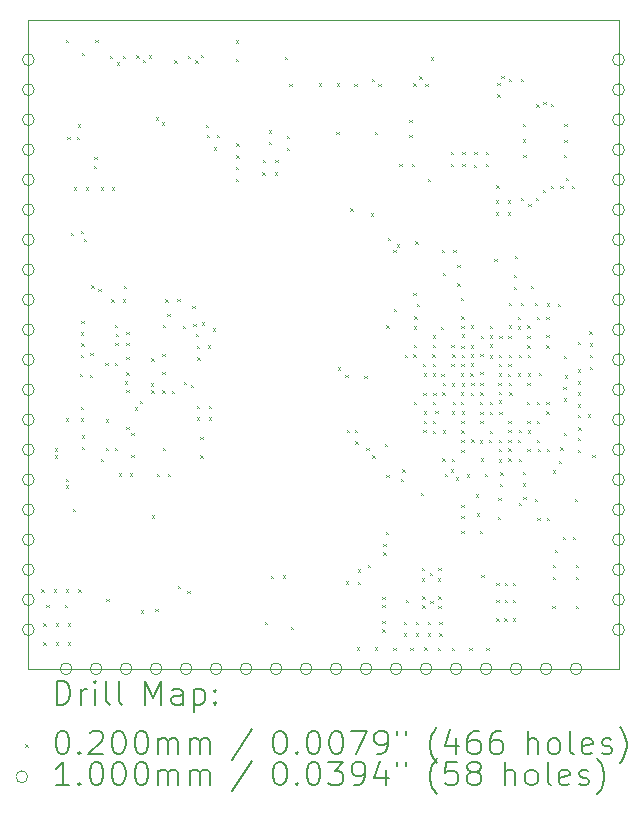
<source format=gbr>
%TF.GenerationSoftware,KiCad,Pcbnew,(7.0.0)*%
%TF.CreationDate,2023-03-20T12:13:30+05:30*%
%TF.ProjectId,IMRT1160_DB,494d5254-3131-4363-905f-44422e6b6963,rev?*%
%TF.SameCoordinates,Original*%
%TF.FileFunction,Drillmap*%
%TF.FilePolarity,Positive*%
%FSLAX45Y45*%
G04 Gerber Fmt 4.5, Leading zero omitted, Abs format (unit mm)*
G04 Created by KiCad (PCBNEW (7.0.0)) date 2023-03-20 12:13:30*
%MOMM*%
%LPD*%
G01*
G04 APERTURE LIST*
%ADD10C,0.100000*%
%ADD11C,0.200000*%
%ADD12C,0.020000*%
G04 APERTURE END LIST*
D10*
X11465000Y-7330000D02*
X16465000Y-7330000D01*
X16465000Y-7330000D02*
X16465000Y-12830000D01*
X16465000Y-12830000D02*
X11465000Y-12830000D01*
X11465000Y-12830000D02*
X11465000Y-7330000D01*
D11*
D12*
X11575000Y-12152500D02*
X11595000Y-12172500D01*
X11595000Y-12152500D02*
X11575000Y-12172500D01*
X11592500Y-12440000D02*
X11612500Y-12460000D01*
X11612500Y-12440000D02*
X11592500Y-12460000D01*
X11592500Y-12600000D02*
X11612500Y-12620000D01*
X11612500Y-12600000D02*
X11592500Y-12620000D01*
X11616250Y-12282500D02*
X11636250Y-12302500D01*
X11636250Y-12282500D02*
X11616250Y-12302500D01*
X11679167Y-12152500D02*
X11699167Y-12172500D01*
X11699167Y-12152500D02*
X11679167Y-12172500D01*
X11687500Y-11017500D02*
X11707500Y-11037500D01*
X11707500Y-11017500D02*
X11687500Y-11037500D01*
X11690000Y-10960000D02*
X11710000Y-10980000D01*
X11710000Y-10960000D02*
X11690000Y-10980000D01*
X11697500Y-12440000D02*
X11717500Y-12460000D01*
X11717500Y-12440000D02*
X11697500Y-12460000D01*
X11697500Y-12600000D02*
X11717500Y-12620000D01*
X11717500Y-12600000D02*
X11697500Y-12620000D01*
X11772500Y-12282500D02*
X11792500Y-12302500D01*
X11792500Y-12282500D02*
X11772500Y-12302500D01*
X11780000Y-11215000D02*
X11800000Y-11235000D01*
X11800000Y-11215000D02*
X11780000Y-11235000D01*
X11780000Y-11272500D02*
X11800000Y-11292500D01*
X11800000Y-11272500D02*
X11780000Y-11292500D01*
X11783333Y-12152500D02*
X11803333Y-12172500D01*
X11803333Y-12152500D02*
X11783333Y-12172500D01*
X11785000Y-7497500D02*
X11805000Y-7517500D01*
X11805000Y-7497500D02*
X11785000Y-7517500D01*
X11785000Y-10705000D02*
X11805000Y-10725000D01*
X11805000Y-10705000D02*
X11785000Y-10725000D01*
X11795000Y-8322500D02*
X11815000Y-8342500D01*
X11815000Y-8322500D02*
X11795000Y-8342500D01*
X11800000Y-12440000D02*
X11820000Y-12460000D01*
X11820000Y-12440000D02*
X11800000Y-12460000D01*
X11800000Y-12600000D02*
X11820000Y-12620000D01*
X11820000Y-12600000D02*
X11800000Y-12620000D01*
X11826000Y-9133000D02*
X11846000Y-9153000D01*
X11846000Y-9133000D02*
X11826000Y-9153000D01*
X11840000Y-11470000D02*
X11860000Y-11490000D01*
X11860000Y-11470000D02*
X11840000Y-11490000D01*
X11852500Y-8747500D02*
X11872500Y-8767500D01*
X11872500Y-8747500D02*
X11852500Y-8767500D01*
X11877500Y-8323750D02*
X11897500Y-8343750D01*
X11897500Y-8323750D02*
X11877500Y-8343750D01*
X11885000Y-8215000D02*
X11905000Y-8235000D01*
X11905000Y-8215000D02*
X11885000Y-8235000D01*
X11887500Y-12152500D02*
X11907500Y-12172500D01*
X11907500Y-12152500D02*
X11887500Y-12172500D01*
X11898500Y-10329500D02*
X11918500Y-10349500D01*
X11918500Y-10329500D02*
X11898500Y-10349500D01*
X11907000Y-9115000D02*
X11927000Y-9135000D01*
X11927000Y-9115000D02*
X11907000Y-9135000D01*
X11911000Y-9975000D02*
X11931000Y-9995000D01*
X11931000Y-9975000D02*
X11911000Y-9995000D01*
X11911000Y-10164500D02*
X11931000Y-10184500D01*
X11931000Y-10164500D02*
X11911000Y-10184500D01*
X11911000Y-10609000D02*
X11931000Y-10629000D01*
X11931000Y-10609000D02*
X11911000Y-10629000D01*
X11911000Y-10705000D02*
X11931000Y-10725000D01*
X11931000Y-10705000D02*
X11911000Y-10725000D01*
X11913500Y-9877000D02*
X11933500Y-9897000D01*
X11933500Y-9877000D02*
X11913500Y-9897000D01*
X11913500Y-10069500D02*
X11933500Y-10089500D01*
X11933500Y-10069500D02*
X11913500Y-10089500D01*
X11916000Y-10847000D02*
X11936000Y-10867000D01*
X11936000Y-10847000D02*
X11916000Y-10867000D01*
X11916250Y-10944750D02*
X11936250Y-10964750D01*
X11936250Y-10944750D02*
X11916250Y-10964750D01*
X11917500Y-7612500D02*
X11937500Y-7632500D01*
X11937500Y-7612500D02*
X11917500Y-7632500D01*
X11936000Y-9182501D02*
X11956000Y-9202501D01*
X11956000Y-9182501D02*
X11936000Y-9202501D01*
X11950000Y-8747500D02*
X11970000Y-8767500D01*
X11970000Y-8747500D02*
X11950000Y-8767500D01*
X11985568Y-10338787D02*
X12005568Y-10358787D01*
X12005568Y-10338787D02*
X11985568Y-10358787D01*
X11991000Y-10152000D02*
X12011000Y-10172000D01*
X12011000Y-10152000D02*
X11991000Y-10172000D01*
X11998007Y-9579007D02*
X12018007Y-9599007D01*
X12018007Y-9579007D02*
X11998007Y-9599007D01*
X12017500Y-8567500D02*
X12037500Y-8587500D01*
X12037500Y-8567500D02*
X12017500Y-8587500D01*
X12022500Y-8492500D02*
X12042500Y-8512500D01*
X12042500Y-8492500D02*
X12022500Y-8512500D01*
X12032500Y-7497500D02*
X12052500Y-7517500D01*
X12052500Y-7497500D02*
X12032500Y-7517500D01*
X12057117Y-9605924D02*
X12077117Y-9625924D01*
X12077117Y-9605924D02*
X12057117Y-9625924D01*
X12080000Y-8747500D02*
X12100000Y-8767500D01*
X12100000Y-8747500D02*
X12080000Y-8767500D01*
X12081000Y-11049500D02*
X12101000Y-11069500D01*
X12101000Y-11049500D02*
X12081000Y-11069500D01*
X12118059Y-10234433D02*
X12138059Y-10254433D01*
X12138059Y-10234433D02*
X12118059Y-10254433D01*
X12121000Y-10712000D02*
X12141000Y-10732000D01*
X12141000Y-10712000D02*
X12121000Y-10732000D01*
X12121000Y-10952000D02*
X12141000Y-10972000D01*
X12141000Y-10952000D02*
X12121000Y-10972000D01*
X12125000Y-12232500D02*
X12145000Y-12252500D01*
X12145000Y-12232500D02*
X12125000Y-12252500D01*
X12157500Y-7637500D02*
X12177500Y-7657500D01*
X12177500Y-7637500D02*
X12157500Y-7657500D01*
X12168500Y-9697000D02*
X12188500Y-9717000D01*
X12188500Y-9697000D02*
X12168500Y-9717000D01*
X12172500Y-8747500D02*
X12192500Y-8767500D01*
X12192500Y-8747500D02*
X12172500Y-8767500D01*
X12197006Y-10953422D02*
X12217006Y-10973422D01*
X12217006Y-10953422D02*
X12197006Y-10973422D01*
X12198500Y-9912000D02*
X12218500Y-9932000D01*
X12218500Y-9912000D02*
X12198500Y-9932000D01*
X12199733Y-10236161D02*
X12219733Y-10256161D01*
X12219733Y-10236161D02*
X12199733Y-10256161D01*
X12201035Y-10066460D02*
X12221035Y-10086460D01*
X12221035Y-10066460D02*
X12201035Y-10086460D01*
X12203500Y-9989500D02*
X12223500Y-10009500D01*
X12223500Y-9989500D02*
X12203500Y-10009500D01*
X12212500Y-7690000D02*
X12232500Y-7710000D01*
X12232500Y-7690000D02*
X12212500Y-7710000D01*
X12231000Y-11169500D02*
X12251000Y-11189500D01*
X12251000Y-11169500D02*
X12231000Y-11189500D01*
X12266000Y-9697000D02*
X12286000Y-9717000D01*
X12286000Y-9697000D02*
X12266000Y-9717000D01*
X12267500Y-7637500D02*
X12287500Y-7657500D01*
X12287500Y-7637500D02*
X12267500Y-7657500D01*
X12276234Y-9584999D02*
X12296234Y-9604999D01*
X12296234Y-9584999D02*
X12276234Y-9604999D01*
X12281000Y-10392000D02*
X12301000Y-10412000D01*
X12301000Y-10392000D02*
X12281000Y-10412000D01*
X12293501Y-9969500D02*
X12313501Y-9989500D01*
X12313501Y-9969500D02*
X12293501Y-9989500D01*
X12293501Y-10067000D02*
X12313501Y-10087000D01*
X12313501Y-10067000D02*
X12293501Y-10087000D01*
X12293501Y-10314500D02*
X12313501Y-10334500D01*
X12313501Y-10314500D02*
X12293501Y-10334500D01*
X12293501Y-10463200D02*
X12313501Y-10483200D01*
X12313501Y-10463200D02*
X12293501Y-10483200D01*
X12294349Y-10777847D02*
X12314349Y-10797847D01*
X12314349Y-10777847D02*
X12294349Y-10797847D01*
X12296000Y-10184248D02*
X12316000Y-10204248D01*
X12316000Y-10184248D02*
X12296000Y-10204248D01*
X12326500Y-11169500D02*
X12346500Y-11189500D01*
X12346500Y-11169500D02*
X12326500Y-11189500D01*
X12337500Y-10827500D02*
X12357500Y-10847500D01*
X12357500Y-10827500D02*
X12337500Y-10847500D01*
X12338500Y-11012000D02*
X12358500Y-11032000D01*
X12358500Y-11012000D02*
X12338500Y-11032000D01*
X12365000Y-10610000D02*
X12385000Y-10630000D01*
X12385000Y-10610000D02*
X12365000Y-10630000D01*
X12378000Y-7631000D02*
X12398000Y-7651000D01*
X12398000Y-7631000D02*
X12378000Y-7651000D01*
X12408500Y-10554500D02*
X12428500Y-10574500D01*
X12428500Y-10554500D02*
X12408500Y-10574500D01*
X12420000Y-12330000D02*
X12440000Y-12350000D01*
X12440000Y-12330000D02*
X12420000Y-12350000D01*
X12435000Y-7670000D02*
X12455000Y-7690000D01*
X12455000Y-7670000D02*
X12435000Y-7690000D01*
X12485000Y-7632500D02*
X12505000Y-7652500D01*
X12505000Y-7632500D02*
X12485000Y-7652500D01*
X12501000Y-10409601D02*
X12521000Y-10429601D01*
X12521000Y-10409601D02*
X12501000Y-10429601D01*
X12506353Y-10197768D02*
X12526353Y-10217768D01*
X12526353Y-10197768D02*
X12506353Y-10217768D01*
X12507500Y-10467500D02*
X12527500Y-10487500D01*
X12527500Y-10467500D02*
X12507500Y-10487500D01*
X12510000Y-11525000D02*
X12530000Y-11545000D01*
X12530000Y-11525000D02*
X12510000Y-11545000D01*
X12540000Y-12320000D02*
X12560000Y-12340000D01*
X12560000Y-12320000D02*
X12540000Y-12340000D01*
X12545000Y-8155000D02*
X12565000Y-8175000D01*
X12565000Y-8155000D02*
X12545000Y-8175000D01*
X12553500Y-11172000D02*
X12573500Y-11192000D01*
X12573500Y-11172000D02*
X12553500Y-11192000D01*
X12594521Y-8197979D02*
X12614521Y-8217979D01*
X12614521Y-8197979D02*
X12594521Y-8217979D01*
X12600348Y-10156865D02*
X12620348Y-10176865D01*
X12620348Y-10156865D02*
X12600348Y-10176865D01*
X12601000Y-10312000D02*
X12621000Y-10332000D01*
X12621000Y-10312000D02*
X12601000Y-10332000D01*
X12601000Y-10466419D02*
X12621000Y-10486419D01*
X12621000Y-10466419D02*
X12601000Y-10486419D01*
X12604950Y-9912500D02*
X12624950Y-9932500D01*
X12624950Y-9912500D02*
X12604950Y-9932500D01*
X12604950Y-10952000D02*
X12624950Y-10972000D01*
X12624950Y-10952000D02*
X12604950Y-10972000D01*
X12626000Y-9695952D02*
X12646000Y-9715952D01*
X12646000Y-9695952D02*
X12626000Y-9715952D01*
X12641371Y-9818674D02*
X12661371Y-9838674D01*
X12661371Y-9818674D02*
X12641371Y-9838674D01*
X12648500Y-11172000D02*
X12668500Y-11192000D01*
X12668500Y-11172000D02*
X12648500Y-11192000D01*
X12681000Y-10469500D02*
X12701000Y-10489500D01*
X12701000Y-10469500D02*
X12681000Y-10489500D01*
X12702500Y-7672500D02*
X12722500Y-7692500D01*
X12722500Y-7672500D02*
X12702500Y-7692500D01*
X12726000Y-9694500D02*
X12746000Y-9714500D01*
X12746000Y-9694500D02*
X12726000Y-9714500D01*
X12732500Y-12125000D02*
X12752500Y-12145000D01*
X12752500Y-12125000D02*
X12732500Y-12145000D01*
X12773500Y-9920800D02*
X12793500Y-9940800D01*
X12793500Y-9920800D02*
X12773500Y-9940800D01*
X12781000Y-10393453D02*
X12801000Y-10413453D01*
X12801000Y-10393453D02*
X12781000Y-10413453D01*
X12810000Y-12163101D02*
X12830000Y-12183101D01*
X12830000Y-12163101D02*
X12810000Y-12183101D01*
X12815000Y-7635000D02*
X12835000Y-7655000D01*
X12835000Y-7635000D02*
X12815000Y-7655000D01*
X12843500Y-10420700D02*
X12863500Y-10440700D01*
X12863500Y-10420700D02*
X12843500Y-10440700D01*
X12853500Y-9752000D02*
X12873500Y-9772000D01*
X12873500Y-9752000D02*
X12853500Y-9772000D01*
X12862500Y-9905000D02*
X12882500Y-9925000D01*
X12882500Y-9905000D02*
X12862500Y-9925000D01*
X12877500Y-7672500D02*
X12897500Y-7692500D01*
X12897500Y-7672500D02*
X12877500Y-7692500D01*
X12883500Y-9990800D02*
X12903500Y-10010800D01*
X12903500Y-9990800D02*
X12883500Y-10010800D01*
X12893500Y-10088401D02*
X12913500Y-10108401D01*
X12913500Y-10088401D02*
X12893500Y-10108401D01*
X12893500Y-10597000D02*
X12913500Y-10617000D01*
X12913500Y-10597000D02*
X12893500Y-10617000D01*
X12893500Y-10697000D02*
X12913500Y-10717000D01*
X12913500Y-10697000D02*
X12893500Y-10717000D01*
X12896000Y-10187000D02*
X12916000Y-10207000D01*
X12916000Y-10187000D02*
X12896000Y-10207000D01*
X12921000Y-10862000D02*
X12941000Y-10882000D01*
X12941000Y-10862000D02*
X12921000Y-10882000D01*
X12921000Y-11017000D02*
X12941000Y-11037000D01*
X12941000Y-11017000D02*
X12921000Y-11037000D01*
X12926000Y-7626000D02*
X12946000Y-7646000D01*
X12946000Y-7626000D02*
X12926000Y-7646000D01*
X12933500Y-9893200D02*
X12953500Y-9913200D01*
X12953500Y-9893200D02*
X12933500Y-9913200D01*
X12970000Y-8217500D02*
X12990000Y-8237500D01*
X12990000Y-8217500D02*
X12970000Y-8237500D01*
X12975000Y-8305000D02*
X12995000Y-8325000D01*
X12995000Y-8305000D02*
X12975000Y-8325000D01*
X12983500Y-10087000D02*
X13003500Y-10107000D01*
X13003500Y-10087000D02*
X12983500Y-10107000D01*
X12993500Y-10597000D02*
X13013500Y-10617000D01*
X13013500Y-10597000D02*
X12993500Y-10617000D01*
X12993500Y-10697500D02*
X13013500Y-10717500D01*
X13013500Y-10697500D02*
X12993500Y-10717500D01*
X13028500Y-9942000D02*
X13048500Y-9962000D01*
X13048500Y-9942000D02*
X13028500Y-9962000D01*
X13037500Y-8410000D02*
X13057500Y-8430000D01*
X13057500Y-8410000D02*
X13037500Y-8430000D01*
X13062500Y-8305000D02*
X13082500Y-8325000D01*
X13082500Y-8305000D02*
X13062500Y-8325000D01*
X13220000Y-7505000D02*
X13240000Y-7525000D01*
X13240000Y-7505000D02*
X13220000Y-7525000D01*
X13222500Y-7660000D02*
X13242500Y-7680000D01*
X13242500Y-7660000D02*
X13222500Y-7680000D01*
X13222500Y-8572500D02*
X13242500Y-8592500D01*
X13242500Y-8572500D02*
X13222500Y-8592500D01*
X13222500Y-8675000D02*
X13242500Y-8695000D01*
X13242500Y-8675000D02*
X13222500Y-8695000D01*
X13225000Y-8375000D02*
X13245000Y-8395000D01*
X13245000Y-8375000D02*
X13225000Y-8395000D01*
X13225000Y-8477500D02*
X13245000Y-8497500D01*
X13245000Y-8477500D02*
X13225000Y-8497500D01*
X13447500Y-8622500D02*
X13467500Y-8642500D01*
X13467500Y-8622500D02*
X13447500Y-8642500D01*
X13448200Y-8517200D02*
X13468200Y-8537200D01*
X13468200Y-8517200D02*
X13448200Y-8537200D01*
X13465000Y-12427500D02*
X13485000Y-12447500D01*
X13485000Y-12427500D02*
X13465000Y-12447500D01*
X13502500Y-8265000D02*
X13522500Y-8285000D01*
X13522500Y-8265000D02*
X13502500Y-8285000D01*
X13502500Y-8365000D02*
X13522500Y-8385000D01*
X13522500Y-8365000D02*
X13502500Y-8385000D01*
X13517500Y-12037500D02*
X13537500Y-12057500D01*
X13537500Y-12037500D02*
X13517500Y-12057500D01*
X13552500Y-8622500D02*
X13572500Y-8642500D01*
X13572500Y-8622500D02*
X13552500Y-8642500D01*
X13555000Y-8517500D02*
X13575000Y-8537500D01*
X13575000Y-8517500D02*
X13555000Y-8537500D01*
X13618500Y-12035000D02*
X13638500Y-12055000D01*
X13638500Y-12035000D02*
X13618500Y-12055000D01*
X13637500Y-7645000D02*
X13657500Y-7665000D01*
X13657500Y-7645000D02*
X13637500Y-7665000D01*
X13655000Y-8312500D02*
X13675000Y-8332500D01*
X13675000Y-8312500D02*
X13655000Y-8332500D01*
X13655000Y-8415000D02*
X13675000Y-8435000D01*
X13675000Y-8415000D02*
X13655000Y-8435000D01*
X13675000Y-7870000D02*
X13695000Y-7890000D01*
X13695000Y-7870000D02*
X13675000Y-7890000D01*
X13690000Y-12470000D02*
X13710000Y-12490000D01*
X13710000Y-12470000D02*
X13690000Y-12490000D01*
X13925000Y-7867500D02*
X13945000Y-7887500D01*
X13945000Y-7867500D02*
X13925000Y-7887500D01*
X14072500Y-8280000D02*
X14092500Y-8300000D01*
X14092500Y-8280000D02*
X14072500Y-8300000D01*
X14075000Y-7867500D02*
X14095000Y-7887500D01*
X14095000Y-7867500D02*
X14075000Y-7887500D01*
X14087314Y-10273186D02*
X14107314Y-10293186D01*
X14107314Y-10273186D02*
X14087314Y-10293186D01*
X14150000Y-10337500D02*
X14170000Y-10357500D01*
X14170000Y-10337500D02*
X14150000Y-10357500D01*
X14155000Y-12085000D02*
X14175000Y-12105000D01*
X14175000Y-12085000D02*
X14155000Y-12105000D01*
X14163550Y-10802883D02*
X14183550Y-10822883D01*
X14183550Y-10802883D02*
X14163550Y-10822883D01*
X14192500Y-8925000D02*
X14212500Y-8945000D01*
X14212500Y-8925000D02*
X14192500Y-8945000D01*
X14225000Y-7872500D02*
X14245000Y-7892500D01*
X14245000Y-7872500D02*
X14225000Y-7892500D01*
X14228500Y-10802884D02*
X14248500Y-10822884D01*
X14248500Y-10802884D02*
X14228500Y-10822884D01*
X14234485Y-10900486D02*
X14254485Y-10920486D01*
X14254485Y-10900486D02*
X14234485Y-10920486D01*
X14247500Y-12642500D02*
X14267500Y-12662500D01*
X14267500Y-12642500D02*
X14247500Y-12662500D01*
X14255000Y-12087500D02*
X14275000Y-12107500D01*
X14275000Y-12087500D02*
X14255000Y-12107500D01*
X14256743Y-11983257D02*
X14276743Y-12003257D01*
X14276743Y-11983257D02*
X14256743Y-12003257D01*
X14308500Y-10347000D02*
X14328500Y-10367000D01*
X14328500Y-10347000D02*
X14308500Y-10367000D01*
X14327792Y-10954500D02*
X14347792Y-10974500D01*
X14347792Y-10954500D02*
X14327792Y-10974500D01*
X14337500Y-11943800D02*
X14357500Y-11963800D01*
X14357500Y-11943800D02*
X14337500Y-11963800D01*
X14365000Y-8970000D02*
X14385000Y-8990000D01*
X14385000Y-8970000D02*
X14365000Y-8990000D01*
X14375000Y-7830000D02*
X14395000Y-7850000D01*
X14395000Y-7830000D02*
X14375000Y-7850000D01*
X14376592Y-11017000D02*
X14396592Y-11037000D01*
X14396592Y-11017000D02*
X14376592Y-11037000D01*
X14400000Y-8280000D02*
X14420000Y-8300000D01*
X14420000Y-8280000D02*
X14400000Y-8300000D01*
X14401250Y-12642500D02*
X14421250Y-12662500D01*
X14421250Y-12642500D02*
X14401250Y-12662500D01*
X14427500Y-7872500D02*
X14447500Y-7892500D01*
X14447500Y-7872500D02*
X14427500Y-7892500D01*
X14461250Y-12217500D02*
X14481250Y-12237500D01*
X14481250Y-12217500D02*
X14461250Y-12237500D01*
X14461250Y-12285000D02*
X14481250Y-12305000D01*
X14481250Y-12285000D02*
X14461250Y-12305000D01*
X14461250Y-12420000D02*
X14481250Y-12440000D01*
X14481250Y-12420000D02*
X14461250Y-12440000D01*
X14461250Y-12490000D02*
X14481250Y-12510000D01*
X14481250Y-12490000D02*
X14461250Y-12510000D01*
X14469800Y-11765757D02*
X14489800Y-11785757D01*
X14489800Y-11765757D02*
X14469800Y-11785757D01*
X14469800Y-11839785D02*
X14489800Y-11859785D01*
X14489800Y-11839785D02*
X14469800Y-11859785D01*
X14482228Y-10918228D02*
X14502228Y-10938228D01*
X14502228Y-10918228D02*
X14482228Y-10938228D01*
X14492500Y-11665000D02*
X14512500Y-11685000D01*
X14512500Y-11665000D02*
X14492500Y-11685000D01*
X14495780Y-9915699D02*
X14515780Y-9935699D01*
X14515780Y-9915699D02*
X14495780Y-9935699D01*
X14496300Y-11184000D02*
X14516300Y-11204000D01*
X14516300Y-11184000D02*
X14496300Y-11204000D01*
X14510000Y-9177800D02*
X14530000Y-9197800D01*
X14530000Y-9177800D02*
X14510000Y-9197800D01*
X14555000Y-9280000D02*
X14575000Y-9300000D01*
X14575000Y-9280000D02*
X14555000Y-9300000D01*
X14555000Y-12645000D02*
X14575000Y-12665000D01*
X14575000Y-12645000D02*
X14555000Y-12665000D01*
X14558993Y-9778300D02*
X14578993Y-9798300D01*
X14578993Y-9778300D02*
X14558993Y-9798300D01*
X14585000Y-9230000D02*
X14605000Y-9250000D01*
X14605000Y-9230000D02*
X14585000Y-9250000D01*
X14605000Y-8547500D02*
X14625000Y-8567500D01*
X14625000Y-8547500D02*
X14605000Y-8567500D01*
X14620000Y-11215000D02*
X14640000Y-11235000D01*
X14640000Y-11215000D02*
X14620000Y-11235000D01*
X14632500Y-11137500D02*
X14652500Y-11157500D01*
X14652500Y-11137500D02*
X14632500Y-11157500D01*
X14645000Y-12425000D02*
X14665000Y-12445000D01*
X14665000Y-12425000D02*
X14645000Y-12445000D01*
X14645000Y-12525000D02*
X14665000Y-12545000D01*
X14665000Y-12525000D02*
X14645000Y-12545000D01*
X14652441Y-10168441D02*
X14672441Y-10188441D01*
X14672441Y-10168441D02*
X14652441Y-10188441D01*
X14662250Y-12242250D02*
X14682250Y-12262250D01*
X14682250Y-12242250D02*
X14662250Y-12262250D01*
X14691500Y-8175000D02*
X14711500Y-8195000D01*
X14711500Y-8175000D02*
X14691500Y-8195000D01*
X14691500Y-8302500D02*
X14711500Y-8322500D01*
X14711500Y-8302500D02*
X14691500Y-8322500D01*
X14700000Y-12645000D02*
X14720000Y-12665000D01*
X14720000Y-12645000D02*
X14700000Y-12665000D01*
X14710000Y-8550000D02*
X14730000Y-8570000D01*
X14730000Y-8550000D02*
X14710000Y-8570000D01*
X14724413Y-9640484D02*
X14744413Y-9660484D01*
X14744413Y-9640484D02*
X14724413Y-9660484D01*
X14725000Y-7867500D02*
X14745000Y-7887500D01*
X14745000Y-7867500D02*
X14725000Y-7887500D01*
X14725967Y-10163929D02*
X14745967Y-10183929D01*
X14745967Y-10163929D02*
X14725967Y-10183929D01*
X14727041Y-10564290D02*
X14747041Y-10584290D01*
X14747041Y-10564290D02*
X14727041Y-10584290D01*
X14730978Y-9924898D02*
X14750978Y-9944898D01*
X14750978Y-9924898D02*
X14730978Y-9944898D01*
X14731001Y-10083758D02*
X14751001Y-10103758D01*
X14751001Y-10083758D02*
X14731001Y-10103758D01*
X14732042Y-9839422D02*
X14752042Y-9859422D01*
X14752042Y-9839422D02*
X14732042Y-9859422D01*
X14742500Y-9205000D02*
X14762500Y-9225000D01*
X14762500Y-9205000D02*
X14742500Y-9225000D01*
X14745000Y-12425000D02*
X14765000Y-12445000D01*
X14765000Y-12425000D02*
X14745000Y-12445000D01*
X14745000Y-12525000D02*
X14765000Y-12545000D01*
X14765000Y-12525000D02*
X14745000Y-12545000D01*
X14755684Y-9736816D02*
X14775684Y-9756816D01*
X14775684Y-9736816D02*
X14755684Y-9756816D01*
X14775000Y-7807500D02*
X14795000Y-7827500D01*
X14795000Y-7807500D02*
X14775000Y-7827500D01*
X14789000Y-11335300D02*
X14809000Y-11355300D01*
X14809000Y-11335300D02*
X14789000Y-11355300D01*
X14794250Y-11968250D02*
X14814250Y-11988250D01*
X14814250Y-11968250D02*
X14794250Y-11988250D01*
X14799250Y-12060250D02*
X14819250Y-12080250D01*
X14819250Y-12060250D02*
X14799250Y-12080250D01*
X14800250Y-12212250D02*
X14820250Y-12232250D01*
X14820250Y-12212250D02*
X14800250Y-12232250D01*
X14800250Y-12287250D02*
X14820250Y-12307250D01*
X14820250Y-12287250D02*
X14800250Y-12307250D01*
X14805351Y-10244864D02*
X14825351Y-10264864D01*
X14825351Y-10244864D02*
X14805351Y-10264864D01*
X14808978Y-10490800D02*
X14828978Y-10510800D01*
X14828978Y-10490800D02*
X14808978Y-10510800D01*
X14810000Y-10804000D02*
X14830000Y-10824000D01*
X14830000Y-10804000D02*
X14810000Y-10824000D01*
X14811000Y-10323200D02*
X14831000Y-10343200D01*
X14831000Y-10323200D02*
X14811000Y-10343200D01*
X14811045Y-10724646D02*
X14831045Y-10744646D01*
X14831045Y-10724646D02*
X14811045Y-10744646D01*
X14814490Y-10645490D02*
X14834490Y-10665490D01*
X14834490Y-10645490D02*
X14814490Y-10665490D01*
X14817500Y-12642500D02*
X14837500Y-12662500D01*
X14837500Y-12642500D02*
X14817500Y-12662500D01*
X14825000Y-7872500D02*
X14845000Y-7892500D01*
X14845000Y-7872500D02*
X14825000Y-7892500D01*
X14845000Y-12425000D02*
X14865000Y-12445000D01*
X14865000Y-12425000D02*
X14845000Y-12445000D01*
X14845000Y-12525000D02*
X14865000Y-12545000D01*
X14865000Y-12525000D02*
X14845000Y-12545000D01*
X14850000Y-8675000D02*
X14870000Y-8695000D01*
X14870000Y-8675000D02*
X14850000Y-8695000D01*
X14866250Y-12010250D02*
X14886250Y-12030250D01*
X14886250Y-12010250D02*
X14866250Y-12030250D01*
X14867500Y-12250000D02*
X14887500Y-12270000D01*
X14887500Y-12250000D02*
X14867500Y-12270000D01*
X14875000Y-7647500D02*
X14895000Y-7667500D01*
X14895000Y-7647500D02*
X14875000Y-7667500D01*
X14886447Y-10162479D02*
X14906447Y-10182479D01*
X14906447Y-10162479D02*
X14886447Y-10182479D01*
X14887500Y-10002500D02*
X14907500Y-10022500D01*
X14907500Y-10002500D02*
X14887500Y-10022500D01*
X14889751Y-10724647D02*
X14909751Y-10744647D01*
X14909751Y-10724647D02*
X14889751Y-10744647D01*
X14890000Y-10242500D02*
X14910000Y-10262500D01*
X14910000Y-10242500D02*
X14890000Y-10262500D01*
X14891000Y-10324500D02*
X14911000Y-10344500D01*
X14911000Y-10324500D02*
X14891000Y-10344500D01*
X14891000Y-10564500D02*
X14911000Y-10584500D01*
X14911000Y-10564500D02*
X14891000Y-10584500D01*
X14891000Y-10809500D02*
X14911000Y-10829500D01*
X14911000Y-10809500D02*
X14891000Y-10829500D01*
X14891079Y-10084481D02*
X14911079Y-10104481D01*
X14911079Y-10084481D02*
X14891079Y-10104481D01*
X14893500Y-10487000D02*
X14913500Y-10507000D01*
X14913500Y-10487000D02*
X14893500Y-10507000D01*
X14910733Y-10640076D02*
X14930733Y-10660076D01*
X14930733Y-10640076D02*
X14910733Y-10660076D01*
X14932500Y-12645000D02*
X14952500Y-12665000D01*
X14952500Y-12645000D02*
X14932500Y-12665000D01*
X14933250Y-12059250D02*
X14953250Y-12079250D01*
X14953250Y-12059250D02*
X14933250Y-12079250D01*
X14935250Y-11971250D02*
X14955250Y-11991250D01*
X14955250Y-11971250D02*
X14935250Y-11991250D01*
X14937250Y-12212250D02*
X14957250Y-12232250D01*
X14957250Y-12212250D02*
X14937250Y-12232250D01*
X14937250Y-12290250D02*
X14957250Y-12310250D01*
X14957250Y-12290250D02*
X14937250Y-12310250D01*
X14945000Y-12425000D02*
X14965000Y-12445000D01*
X14965000Y-12425000D02*
X14945000Y-12445000D01*
X14945000Y-12525000D02*
X14965000Y-12545000D01*
X14965000Y-12525000D02*
X14945000Y-12545000D01*
X14957593Y-9929128D02*
X14977593Y-9949128D01*
X14977593Y-9929128D02*
X14957593Y-9949128D01*
X14962550Y-10326178D02*
X14982550Y-10346178D01*
X14982550Y-10326178D02*
X14962550Y-10346178D01*
X14967000Y-9280000D02*
X14987000Y-9300000D01*
X14987000Y-9280000D02*
X14967000Y-9300000D01*
X14970000Y-11042500D02*
X14990000Y-11062500D01*
X14990000Y-11042500D02*
X14970000Y-11062500D01*
X14971000Y-10484500D02*
X14991000Y-10504500D01*
X14991000Y-10484500D02*
X14971000Y-10504500D01*
X14972500Y-9472500D02*
X14992500Y-9492500D01*
X14992500Y-9472500D02*
X14972500Y-9492500D01*
X14972761Y-10406211D02*
X14992761Y-10426211D01*
X14992761Y-10406211D02*
X14972761Y-10426211D01*
X14973000Y-10805000D02*
X14993000Y-10825000D01*
X14993000Y-10805000D02*
X14973000Y-10825000D01*
X14990000Y-11172866D02*
X15010000Y-11192866D01*
X15010000Y-11172866D02*
X14990000Y-11192866D01*
X15040000Y-8450000D02*
X15060000Y-8470000D01*
X15060000Y-8450000D02*
X15040000Y-8470000D01*
X15040000Y-8550000D02*
X15060000Y-8570000D01*
X15060000Y-8550000D02*
X15040000Y-8570000D01*
X15042434Y-11135066D02*
X15062434Y-11155066D01*
X15062434Y-11135066D02*
X15042434Y-11155066D01*
X15045850Y-10083027D02*
X15065850Y-10103027D01*
X15065850Y-10083027D02*
X15045850Y-10103027D01*
X15047500Y-10242500D02*
X15067500Y-10262500D01*
X15067500Y-10242500D02*
X15047500Y-10262500D01*
X15050000Y-11045000D02*
X15070000Y-11065000D01*
X15070000Y-11045000D02*
X15050000Y-11065000D01*
X15051000Y-10407000D02*
X15071000Y-10427000D01*
X15071000Y-10407000D02*
X15051000Y-10427000D01*
X15051000Y-10645000D02*
X15071000Y-10665000D01*
X15071000Y-10645000D02*
X15051000Y-10665000D01*
X15052500Y-12645000D02*
X15072500Y-12665000D01*
X15072500Y-12645000D02*
X15052500Y-12665000D01*
X15053945Y-10162954D02*
X15073945Y-10182954D01*
X15073945Y-10162954D02*
X15053945Y-10182954D01*
X15058134Y-10564268D02*
X15078134Y-10584268D01*
X15078134Y-10564268D02*
X15058134Y-10584268D01*
X15062500Y-9277500D02*
X15082500Y-9297500D01*
X15082500Y-9277500D02*
X15062500Y-9297500D01*
X15082479Y-11203479D02*
X15102479Y-11223479D01*
X15102479Y-11203479D02*
X15082479Y-11223479D01*
X15097500Y-9407500D02*
X15117500Y-9427500D01*
X15117500Y-9407500D02*
X15097500Y-9427500D01*
X15097500Y-9560000D02*
X15117500Y-9580000D01*
X15117500Y-9560000D02*
X15097500Y-9580000D01*
X15125000Y-9685000D02*
X15145000Y-9705000D01*
X15145000Y-9685000D02*
X15125000Y-9705000D01*
X15125000Y-10565000D02*
X15145000Y-10585000D01*
X15145000Y-10565000D02*
X15125000Y-10585000D01*
X15126000Y-10484500D02*
X15146000Y-10504500D01*
X15146000Y-10484500D02*
X15126000Y-10504500D01*
X15128500Y-10324500D02*
X15148500Y-10344500D01*
X15148500Y-10324500D02*
X15128500Y-10344500D01*
X15130000Y-9840000D02*
X15150000Y-9860000D01*
X15150000Y-9840000D02*
X15130000Y-9860000D01*
X15130000Y-9920000D02*
X15150000Y-9940000D01*
X15150000Y-9920000D02*
X15130000Y-9940000D01*
X15130000Y-10088000D02*
X15150000Y-10108000D01*
X15150000Y-10088000D02*
X15130000Y-10108000D01*
X15130000Y-10805000D02*
X15150000Y-10825000D01*
X15150000Y-10805000D02*
X15130000Y-10825000D01*
X15131000Y-10244500D02*
X15151000Y-10264500D01*
X15151000Y-10244500D02*
X15131000Y-10264500D01*
X15131000Y-10724500D02*
X15151000Y-10744500D01*
X15151000Y-10724500D02*
X15131000Y-10744500D01*
X15131000Y-10887000D02*
X15151000Y-10907000D01*
X15151000Y-10887000D02*
X15131000Y-10907000D01*
X15131000Y-10971352D02*
X15151000Y-10991352D01*
X15151000Y-10971352D02*
X15131000Y-10991352D01*
X15132500Y-11435000D02*
X15152500Y-11455000D01*
X15152500Y-11435000D02*
X15132500Y-11455000D01*
X15132500Y-11530000D02*
X15152500Y-11550000D01*
X15152500Y-11530000D02*
X15132500Y-11550000D01*
X15132500Y-11655000D02*
X15152500Y-11675000D01*
X15152500Y-11655000D02*
X15132500Y-11675000D01*
X15133457Y-9994438D02*
X15153457Y-10014438D01*
X15153457Y-9994438D02*
X15133457Y-10014438D01*
X15133500Y-10407000D02*
X15153500Y-10427000D01*
X15153500Y-10407000D02*
X15133500Y-10427000D01*
X15135000Y-10165000D02*
X15155000Y-10185000D01*
X15155000Y-10165000D02*
X15135000Y-10185000D01*
X15137851Y-10644500D02*
X15157851Y-10664500D01*
X15157851Y-10644500D02*
X15137851Y-10664500D01*
X15140000Y-8450000D02*
X15160000Y-8470000D01*
X15160000Y-8450000D02*
X15140000Y-8470000D01*
X15140000Y-8550000D02*
X15160000Y-8570000D01*
X15160000Y-8550000D02*
X15140000Y-8570000D01*
X15175000Y-11177500D02*
X15195000Y-11197500D01*
X15195000Y-11177500D02*
X15175000Y-11197500D01*
X15197500Y-12645000D02*
X15217500Y-12665000D01*
X15217500Y-12645000D02*
X15197500Y-12665000D01*
X15208500Y-10324500D02*
X15228500Y-10344500D01*
X15228500Y-10324500D02*
X15208500Y-10344500D01*
X15210000Y-10085000D02*
X15230000Y-10105000D01*
X15230000Y-10085000D02*
X15210000Y-10105000D01*
X15210000Y-10162500D02*
X15230000Y-10182500D01*
X15230000Y-10162500D02*
X15210000Y-10182500D01*
X15210000Y-10487500D02*
X15230000Y-10507500D01*
X15230000Y-10487500D02*
X15210000Y-10507500D01*
X15211000Y-9917649D02*
X15231000Y-9937649D01*
X15231000Y-9917649D02*
X15211000Y-9937649D01*
X15211000Y-10239500D02*
X15231000Y-10259500D01*
X15231000Y-10239500D02*
X15211000Y-10259500D01*
X15215000Y-10882500D02*
X15235000Y-10902500D01*
X15235000Y-10882500D02*
X15215000Y-10902500D01*
X15216000Y-10404500D02*
X15236000Y-10424500D01*
X15236000Y-10404500D02*
X15216000Y-10424500D01*
X15237800Y-8556000D02*
X15257800Y-8576000D01*
X15257800Y-8556000D02*
X15237800Y-8576000D01*
X15240000Y-8450000D02*
X15260000Y-8470000D01*
X15260000Y-8450000D02*
X15240000Y-8470000D01*
X15255000Y-11347500D02*
X15275000Y-11367500D01*
X15275000Y-11347500D02*
X15255000Y-11367500D01*
X15262500Y-11510000D02*
X15282500Y-11530000D01*
X15282500Y-11510000D02*
X15262500Y-11530000D01*
X15287500Y-11655000D02*
X15307500Y-11675000D01*
X15307500Y-11655000D02*
X15287500Y-11675000D01*
X15288500Y-10566500D02*
X15308500Y-10586500D01*
X15308500Y-10566500D02*
X15288500Y-10586500D01*
X15290000Y-10890000D02*
X15310000Y-10910000D01*
X15310000Y-10890000D02*
X15290000Y-10910000D01*
X15290795Y-10484159D02*
X15310795Y-10504159D01*
X15310795Y-10484159D02*
X15290795Y-10504159D01*
X15291000Y-10651352D02*
X15311000Y-10671352D01*
X15311000Y-10651352D02*
X15291000Y-10671352D01*
X15291000Y-10404500D02*
X15311000Y-10424500D01*
X15311000Y-10404500D02*
X15291000Y-10424500D01*
X15292500Y-10160000D02*
X15312500Y-10180000D01*
X15312500Y-10160000D02*
X15292500Y-10180000D01*
X15292500Y-10724500D02*
X15312500Y-10744500D01*
X15312500Y-10724500D02*
X15292500Y-10744500D01*
X15293500Y-10312000D02*
X15313500Y-10332000D01*
X15313500Y-10312000D02*
X15293500Y-10332000D01*
X15293950Y-11044500D02*
X15313950Y-11064500D01*
X15313950Y-11044500D02*
X15293950Y-11064500D01*
X15297851Y-10004500D02*
X15317851Y-10024500D01*
X15317851Y-10004500D02*
X15297851Y-10024500D01*
X15300000Y-12030000D02*
X15320000Y-12050000D01*
X15320000Y-12030000D02*
X15300000Y-12050000D01*
X15332500Y-11172200D02*
X15352500Y-11192200D01*
X15352500Y-11172200D02*
X15332500Y-11192200D01*
X15340575Y-8450575D02*
X15360575Y-8470575D01*
X15360575Y-8450575D02*
X15340575Y-8470575D01*
X15340575Y-8550575D02*
X15360575Y-8570575D01*
X15360575Y-8550575D02*
X15340575Y-8570575D01*
X15342500Y-12645000D02*
X15362500Y-12665000D01*
X15362500Y-12645000D02*
X15342500Y-12665000D01*
X15365000Y-10885000D02*
X15385000Y-10905000D01*
X15385000Y-10885000D02*
X15365000Y-10905000D01*
X15370818Y-10171573D02*
X15390818Y-10191573D01*
X15390818Y-10171573D02*
X15370818Y-10191573D01*
X15371000Y-10079500D02*
X15391000Y-10099500D01*
X15391000Y-10079500D02*
X15371000Y-10099500D01*
X15371000Y-10564500D02*
X15391000Y-10584500D01*
X15391000Y-10564500D02*
X15371000Y-10584500D01*
X15371000Y-10651351D02*
X15391000Y-10671351D01*
X15391000Y-10651351D02*
X15371000Y-10671351D01*
X15371000Y-10002200D02*
X15391000Y-10022200D01*
X15391000Y-10002200D02*
X15371000Y-10022200D01*
X15371048Y-10811293D02*
X15391048Y-10831293D01*
X15391048Y-10811293D02*
X15371048Y-10831293D01*
X15374010Y-9920977D02*
X15394010Y-9940977D01*
X15394010Y-9920977D02*
X15374010Y-9940977D01*
X15410000Y-9354000D02*
X15430000Y-9374000D01*
X15430000Y-9354000D02*
X15410000Y-9374000D01*
X15423000Y-8860000D02*
X15443000Y-8880000D01*
X15443000Y-8860000D02*
X15423000Y-8880000D01*
X15423000Y-8960000D02*
X15443000Y-8980000D01*
X15443000Y-8960000D02*
X15423000Y-8980000D01*
X15426500Y-12397500D02*
X15446500Y-12417500D01*
X15446500Y-12397500D02*
X15426500Y-12417500D01*
X15427500Y-8732500D02*
X15447500Y-8752500D01*
X15447500Y-8732500D02*
X15427500Y-8752500D01*
X15427500Y-12098500D02*
X15447500Y-12118500D01*
X15447500Y-12098500D02*
X15427500Y-12118500D01*
X15428500Y-12243500D02*
X15448500Y-12263500D01*
X15448500Y-12243500D02*
X15428500Y-12263500D01*
X15435000Y-7865000D02*
X15455000Y-7885000D01*
X15455000Y-7865000D02*
X15435000Y-7885000D01*
X15435000Y-7960500D02*
X15455000Y-7980500D01*
X15455000Y-7960500D02*
X15435000Y-7980500D01*
X15442500Y-11537500D02*
X15462500Y-11557500D01*
X15462500Y-11537500D02*
X15442500Y-11557500D01*
X15445000Y-10405000D02*
X15465000Y-10425000D01*
X15465000Y-10405000D02*
X15445000Y-10425000D01*
X15445000Y-11380000D02*
X15465000Y-11400000D01*
X15465000Y-11380000D02*
X15445000Y-11400000D01*
X15446000Y-10244500D02*
X15466000Y-10264500D01*
X15466000Y-10244500D02*
X15446000Y-10264500D01*
X15447856Y-10553438D02*
X15467856Y-10573438D01*
X15467856Y-10553438D02*
X15447856Y-10573438D01*
X15450000Y-10325000D02*
X15470000Y-10345000D01*
X15470000Y-10325000D02*
X15450000Y-10345000D01*
X15450000Y-10480000D02*
X15470000Y-10500000D01*
X15470000Y-10480000D02*
X15450000Y-10500000D01*
X15451000Y-11051352D02*
X15471000Y-11071352D01*
X15471000Y-11051352D02*
X15451000Y-11071352D01*
X15451000Y-10165000D02*
X15471000Y-10185000D01*
X15471000Y-10165000D02*
X15451000Y-10185000D01*
X15451000Y-10885000D02*
X15471000Y-10905000D01*
X15471000Y-10885000D02*
X15451000Y-10905000D01*
X15451000Y-10964500D02*
X15471000Y-10984500D01*
X15471000Y-10964500D02*
X15451000Y-10984500D01*
X15452000Y-10007950D02*
X15472000Y-10027950D01*
X15472000Y-10007950D02*
X15452000Y-10027950D01*
X15452500Y-10647500D02*
X15472500Y-10667500D01*
X15472500Y-10647500D02*
X15452500Y-10667500D01*
X15457500Y-11260000D02*
X15477500Y-11280000D01*
X15477500Y-11260000D02*
X15457500Y-11280000D01*
X15460000Y-11162500D02*
X15480000Y-11182500D01*
X15480000Y-11162500D02*
X15460000Y-11182500D01*
X15470000Y-7802500D02*
X15490000Y-7822500D01*
X15490000Y-7802500D02*
X15470000Y-7822500D01*
X15496500Y-12397500D02*
X15516500Y-12417500D01*
X15516500Y-12397500D02*
X15496500Y-12417500D01*
X15497500Y-12098500D02*
X15517500Y-12118500D01*
X15517500Y-12098500D02*
X15497500Y-12118500D01*
X15498500Y-12243500D02*
X15518500Y-12263500D01*
X15518500Y-12243500D02*
X15498500Y-12263500D01*
X15524000Y-8860000D02*
X15544000Y-8880000D01*
X15544000Y-8860000D02*
X15524000Y-8880000D01*
X15524000Y-8960000D02*
X15544000Y-8980000D01*
X15544000Y-8960000D02*
X15524000Y-8980000D01*
X15525894Y-10326014D02*
X15545894Y-10346014D01*
X15545894Y-10326014D02*
X15525894Y-10346014D01*
X15530000Y-10008000D02*
X15550000Y-10028000D01*
X15550000Y-10008000D02*
X15530000Y-10028000D01*
X15530000Y-10245000D02*
X15550000Y-10265000D01*
X15550000Y-10245000D02*
X15530000Y-10265000D01*
X15530000Y-10885000D02*
X15550000Y-10905000D01*
X15550000Y-10885000D02*
X15530000Y-10905000D01*
X15530000Y-10960000D02*
X15550000Y-10980000D01*
X15550000Y-10960000D02*
X15530000Y-10980000D01*
X15530500Y-10725000D02*
X15550500Y-10745000D01*
X15550500Y-10725000D02*
X15530500Y-10745000D01*
X15530500Y-10804500D02*
X15550500Y-10824500D01*
X15550500Y-10804500D02*
X15530500Y-10824500D01*
X15530500Y-11044500D02*
X15550500Y-11064500D01*
X15550500Y-11044500D02*
X15530500Y-11064500D01*
X15531000Y-9725000D02*
X15551000Y-9745000D01*
X15551000Y-9725000D02*
X15531000Y-9745000D01*
X15531000Y-10164500D02*
X15551000Y-10184500D01*
X15551000Y-10164500D02*
X15531000Y-10184500D01*
X15531000Y-9917648D02*
X15551000Y-9937648D01*
X15551000Y-9917648D02*
X15531000Y-9937648D01*
X15534000Y-10404500D02*
X15554000Y-10424500D01*
X15554000Y-10404500D02*
X15534000Y-10424500D01*
X15535500Y-7827500D02*
X15555500Y-7847500D01*
X15555500Y-7827500D02*
X15535500Y-7847500D01*
X15536000Y-10484500D02*
X15556000Y-10504500D01*
X15556000Y-10484500D02*
X15536000Y-10504500D01*
X15567500Y-12397500D02*
X15587500Y-12417500D01*
X15587500Y-12397500D02*
X15567500Y-12417500D01*
X15568500Y-12098500D02*
X15588500Y-12118500D01*
X15588500Y-12098500D02*
X15568500Y-12118500D01*
X15569500Y-12243500D02*
X15589500Y-12263500D01*
X15589500Y-12243500D02*
X15569500Y-12263500D01*
X15575000Y-9490000D02*
X15595000Y-9510000D01*
X15595000Y-9490000D02*
X15575000Y-9510000D01*
X15575000Y-9591000D02*
X15595000Y-9611000D01*
X15595000Y-9591000D02*
X15575000Y-9611000D01*
X15583271Y-9326729D02*
X15603271Y-9346729D01*
X15603271Y-9326729D02*
X15583271Y-9346729D01*
X15607200Y-9924500D02*
X15627200Y-9944500D01*
X15627200Y-9924500D02*
X15607200Y-9944500D01*
X15610000Y-9845000D02*
X15630000Y-9865000D01*
X15630000Y-9845000D02*
X15610000Y-9865000D01*
X15610000Y-10325000D02*
X15630000Y-10345000D01*
X15630000Y-10325000D02*
X15610000Y-10345000D01*
X15610000Y-10885000D02*
X15630000Y-10905000D01*
X15630000Y-10885000D02*
X15610000Y-10905000D01*
X15615800Y-11045000D02*
X15635800Y-11065000D01*
X15635800Y-11045000D02*
X15615800Y-11065000D01*
X15616000Y-10164500D02*
X15636000Y-10184500D01*
X15636000Y-10164500D02*
X15616000Y-10184500D01*
X15616000Y-10804500D02*
X15636000Y-10824500D01*
X15636000Y-10804500D02*
X15616000Y-10824500D01*
X15619700Y-11420000D02*
X15639700Y-11440000D01*
X15639700Y-11420000D02*
X15619700Y-11440000D01*
X15633500Y-9725000D02*
X15653500Y-9745000D01*
X15653500Y-9725000D02*
X15633500Y-9745000D01*
X15634500Y-8840000D02*
X15654500Y-8860000D01*
X15654500Y-8840000D02*
X15634500Y-8860000D01*
X15635500Y-7827500D02*
X15655500Y-7847500D01*
X15655500Y-7827500D02*
X15635500Y-7847500D01*
X15650000Y-8342500D02*
X15670000Y-8362500D01*
X15670000Y-8342500D02*
X15650000Y-8362500D01*
X15650500Y-11159500D02*
X15670500Y-11179500D01*
X15670500Y-11159500D02*
X15650500Y-11179500D01*
X15652500Y-8210000D02*
X15672500Y-8230000D01*
X15672500Y-8210000D02*
X15652500Y-8230000D01*
X15652500Y-11255000D02*
X15672500Y-11275000D01*
X15672500Y-11255000D02*
X15652500Y-11275000D01*
X15655000Y-8472500D02*
X15675000Y-8492500D01*
X15675000Y-8472500D02*
X15655000Y-8492500D01*
X15657200Y-11370000D02*
X15677200Y-11390000D01*
X15677200Y-11370000D02*
X15657200Y-11390000D01*
X15684149Y-10564500D02*
X15704149Y-10584500D01*
X15704149Y-10564500D02*
X15684149Y-10584500D01*
X15688500Y-10962000D02*
X15708500Y-10982000D01*
X15708500Y-10962000D02*
X15688500Y-10982000D01*
X15690000Y-10008000D02*
X15710000Y-10028000D01*
X15710000Y-10008000D02*
X15690000Y-10028000D01*
X15690000Y-10085000D02*
X15710000Y-10105000D01*
X15710000Y-10085000D02*
X15690000Y-10105000D01*
X15691000Y-10724000D02*
X15711000Y-10744000D01*
X15711000Y-10724000D02*
X15691000Y-10744000D01*
X15691000Y-9917648D02*
X15711000Y-9937648D01*
X15711000Y-9917648D02*
X15691000Y-9937648D01*
X15691196Y-10403767D02*
X15711196Y-10423767D01*
X15711196Y-10403767D02*
X15691196Y-10423767D01*
X15692000Y-10325000D02*
X15712000Y-10345000D01*
X15712000Y-10325000D02*
X15692000Y-10345000D01*
X15695000Y-10165000D02*
X15715000Y-10185000D01*
X15715000Y-10165000D02*
X15695000Y-10185000D01*
X15695000Y-10805000D02*
X15715000Y-10825000D01*
X15715000Y-10805000D02*
X15695000Y-10825000D01*
X15697500Y-8890000D02*
X15717500Y-8910000D01*
X15717500Y-8890000D02*
X15697500Y-8910000D01*
X15717800Y-9580350D02*
X15737800Y-9600350D01*
X15737800Y-9580350D02*
X15717800Y-9600350D01*
X15752500Y-9727500D02*
X15772500Y-9747500D01*
X15772500Y-9727500D02*
X15752500Y-9747500D01*
X15755000Y-11387500D02*
X15775000Y-11407500D01*
X15775000Y-11387500D02*
X15755000Y-11407500D01*
X15762500Y-8837500D02*
X15782500Y-8857500D01*
X15782500Y-8837500D02*
X15762500Y-8857500D01*
X15765000Y-8047500D02*
X15785000Y-8067500D01*
X15785000Y-8047500D02*
X15765000Y-8067500D01*
X15768954Y-10886032D02*
X15788954Y-10906032D01*
X15788954Y-10886032D02*
X15768954Y-10906032D01*
X15770000Y-9842500D02*
X15790000Y-9862500D01*
X15790000Y-9842500D02*
X15770000Y-9862500D01*
X15772500Y-10725000D02*
X15792500Y-10745000D01*
X15792500Y-10725000D02*
X15772500Y-10745000D01*
X15773000Y-10565000D02*
X15793000Y-10585000D01*
X15793000Y-10565000D02*
X15773000Y-10585000D01*
X15775000Y-11547500D02*
X15795000Y-11567500D01*
X15795000Y-11547500D02*
X15775000Y-11567500D01*
X15777000Y-10965000D02*
X15797000Y-10985000D01*
X15797000Y-10965000D02*
X15777000Y-10985000D01*
X15784859Y-10319606D02*
X15804859Y-10339606D01*
X15804859Y-10319606D02*
X15784859Y-10339606D01*
X15822500Y-8772500D02*
X15842500Y-8792500D01*
X15842500Y-8772500D02*
X15822500Y-8792500D01*
X15825000Y-8022500D02*
X15845000Y-8042500D01*
X15845000Y-8022500D02*
X15825000Y-8042500D01*
X15849521Y-9844521D02*
X15869521Y-9864521D01*
X15869521Y-9844521D02*
X15849521Y-9864521D01*
X15850000Y-10085500D02*
X15870000Y-10105500D01*
X15870000Y-10085500D02*
X15850000Y-10105500D01*
X15850000Y-10565000D02*
X15870000Y-10585000D01*
X15870000Y-10565000D02*
X15850000Y-10585000D01*
X15850000Y-10645000D02*
X15870000Y-10665000D01*
X15870000Y-10645000D02*
X15850000Y-10665000D01*
X15851363Y-9998082D02*
X15871363Y-10018082D01*
X15871363Y-9998082D02*
X15851363Y-10018082D01*
X15852500Y-11547500D02*
X15872500Y-11567500D01*
X15872500Y-11547500D02*
X15852500Y-11567500D01*
X15855000Y-10965000D02*
X15875000Y-10985000D01*
X15875000Y-10965000D02*
X15855000Y-10985000D01*
X15857500Y-9730000D02*
X15877500Y-9750000D01*
X15877500Y-9730000D02*
X15857500Y-9750000D01*
X15887500Y-8042500D02*
X15907500Y-8062500D01*
X15907500Y-8042500D02*
X15887500Y-8062500D01*
X15888500Y-8737430D02*
X15908500Y-8757430D01*
X15908500Y-8737430D02*
X15888500Y-8757430D01*
X15902500Y-12292500D02*
X15922500Y-12312500D01*
X15922500Y-12292500D02*
X15902500Y-12312500D01*
X15905000Y-11145000D02*
X15925000Y-11165000D01*
X15925000Y-11145000D02*
X15905000Y-11165000D01*
X15905000Y-11942500D02*
X15925000Y-11962500D01*
X15925000Y-11942500D02*
X15905000Y-11962500D01*
X15907500Y-12046000D02*
X15927500Y-12066000D01*
X15927500Y-12046000D02*
X15907500Y-12066000D01*
X15922500Y-11820000D02*
X15942500Y-11840000D01*
X15942500Y-11820000D02*
X15922500Y-11840000D01*
X15949700Y-9737500D02*
X15969700Y-9757500D01*
X15969700Y-9737500D02*
X15949700Y-9757500D01*
X15955000Y-11065000D02*
X15975000Y-11085000D01*
X15975000Y-11065000D02*
X15955000Y-11085000D01*
X15969398Y-8737300D02*
X15989398Y-8757300D01*
X15989398Y-8737300D02*
X15969398Y-8757300D01*
X15970000Y-10950000D02*
X15990000Y-10970000D01*
X15990000Y-10950000D02*
X15970000Y-10970000D01*
X15992500Y-11707500D02*
X16012500Y-11727500D01*
X16012500Y-11707500D02*
X15992500Y-11727500D01*
X15995000Y-10440000D02*
X16015000Y-10460000D01*
X16015000Y-10440000D02*
X15995000Y-10460000D01*
X15997499Y-10174999D02*
X16017499Y-10194999D01*
X16017499Y-10174999D02*
X15997499Y-10194999D01*
X15997500Y-10535000D02*
X16017500Y-10555000D01*
X16017500Y-10535000D02*
X15997500Y-10555000D01*
X16000000Y-8472500D02*
X16020000Y-8492500D01*
X16020000Y-8472500D02*
X16000000Y-8492500D01*
X16000000Y-10825000D02*
X16020000Y-10845000D01*
X16020000Y-10825000D02*
X16000000Y-10845000D01*
X16002500Y-8212500D02*
X16022500Y-8232500D01*
X16022500Y-8212500D02*
X16002500Y-8232500D01*
X16002500Y-8345000D02*
X16022500Y-8365000D01*
X16022500Y-8345000D02*
X16002500Y-8365000D01*
X16005000Y-10340000D02*
X16025000Y-10360000D01*
X16025000Y-10340000D02*
X16005000Y-10360000D01*
X16014398Y-8669800D02*
X16034398Y-8689800D01*
X16034398Y-8669800D02*
X16014398Y-8689800D01*
X16064398Y-8737300D02*
X16084398Y-8757300D01*
X16084398Y-8737300D02*
X16064398Y-8757300D01*
X16072500Y-11707500D02*
X16092500Y-11727500D01*
X16092500Y-11707500D02*
X16072500Y-11727500D01*
X16090000Y-11387500D02*
X16110000Y-11407500D01*
X16110000Y-11387500D02*
X16090000Y-11407500D01*
X16100000Y-11945000D02*
X16120000Y-11965000D01*
X16120000Y-11945000D02*
X16100000Y-11965000D01*
X16100000Y-12046000D02*
X16120000Y-12066000D01*
X16120000Y-12046000D02*
X16100000Y-12066000D01*
X16102500Y-12292500D02*
X16122500Y-12312500D01*
X16122500Y-12292500D02*
X16102500Y-12312500D01*
X16115000Y-10057500D02*
X16135000Y-10077500D01*
X16135000Y-10057500D02*
X16115000Y-10077500D01*
X16120000Y-10290000D02*
X16140000Y-10310000D01*
X16140000Y-10290000D02*
X16120000Y-10310000D01*
X16120000Y-10390000D02*
X16140000Y-10410000D01*
X16140000Y-10390000D02*
X16120000Y-10410000D01*
X16120000Y-10485000D02*
X16140000Y-10505000D01*
X16140000Y-10485000D02*
X16120000Y-10505000D01*
X16120000Y-10586000D02*
X16140000Y-10606000D01*
X16140000Y-10586000D02*
X16120000Y-10606000D01*
X16120000Y-10677000D02*
X16140000Y-10697000D01*
X16140000Y-10677000D02*
X16120000Y-10697000D01*
X16120000Y-10872000D02*
X16140000Y-10892000D01*
X16140000Y-10872000D02*
X16120000Y-10892000D01*
X16120000Y-10969500D02*
X16140000Y-10989500D01*
X16140000Y-10969500D02*
X16120000Y-10989500D01*
X16122500Y-10779500D02*
X16142500Y-10799500D01*
X16142500Y-10779500D02*
X16122500Y-10799500D01*
X16202150Y-10670050D02*
X16222150Y-10690050D01*
X16222150Y-10670050D02*
X16202150Y-10690050D01*
X16215000Y-9967500D02*
X16235000Y-9987500D01*
X16235000Y-9967500D02*
X16215000Y-9987500D01*
X16217500Y-10070000D02*
X16237500Y-10090000D01*
X16237500Y-10070000D02*
X16217500Y-10090000D01*
X16217500Y-10267200D02*
X16237500Y-10287200D01*
X16237500Y-10267200D02*
X16217500Y-10287200D01*
X16220000Y-10165000D02*
X16240000Y-10185000D01*
X16240000Y-10165000D02*
X16220000Y-10185000D01*
X16240000Y-11015000D02*
X16260000Y-11035000D01*
X16260000Y-11015000D02*
X16240000Y-11035000D01*
D10*
X11515000Y-7667500D02*
G75*
G03*
X11515000Y-7667500I-50000J0D01*
G01*
X11515000Y-7921500D02*
G75*
G03*
X11515000Y-7921500I-50000J0D01*
G01*
X11515000Y-8175500D02*
G75*
G03*
X11515000Y-8175500I-50000J0D01*
G01*
X11515000Y-8429500D02*
G75*
G03*
X11515000Y-8429500I-50000J0D01*
G01*
X11515000Y-8683500D02*
G75*
G03*
X11515000Y-8683500I-50000J0D01*
G01*
X11515000Y-8937500D02*
G75*
G03*
X11515000Y-8937500I-50000J0D01*
G01*
X11515000Y-9191500D02*
G75*
G03*
X11515000Y-9191500I-50000J0D01*
G01*
X11515000Y-9445500D02*
G75*
G03*
X11515000Y-9445500I-50000J0D01*
G01*
X11515000Y-9699500D02*
G75*
G03*
X11515000Y-9699500I-50000J0D01*
G01*
X11515000Y-9953500D02*
G75*
G03*
X11515000Y-9953500I-50000J0D01*
G01*
X11515000Y-10207500D02*
G75*
G03*
X11515000Y-10207500I-50000J0D01*
G01*
X11515000Y-10461500D02*
G75*
G03*
X11515000Y-10461500I-50000J0D01*
G01*
X11515000Y-10715500D02*
G75*
G03*
X11515000Y-10715500I-50000J0D01*
G01*
X11515000Y-10969500D02*
G75*
G03*
X11515000Y-10969500I-50000J0D01*
G01*
X11515000Y-11223500D02*
G75*
G03*
X11515000Y-11223500I-50000J0D01*
G01*
X11515000Y-11477500D02*
G75*
G03*
X11515000Y-11477500I-50000J0D01*
G01*
X11515000Y-11731500D02*
G75*
G03*
X11515000Y-11731500I-50000J0D01*
G01*
X11515000Y-11985500D02*
G75*
G03*
X11515000Y-11985500I-50000J0D01*
G01*
X11515000Y-12239500D02*
G75*
G03*
X11515000Y-12239500I-50000J0D01*
G01*
X11515000Y-12493500D02*
G75*
G03*
X11515000Y-12493500I-50000J0D01*
G01*
X11834500Y-12825000D02*
G75*
G03*
X11834500Y-12825000I-50000J0D01*
G01*
X12088500Y-12825000D02*
G75*
G03*
X12088500Y-12825000I-50000J0D01*
G01*
X12342500Y-12825000D02*
G75*
G03*
X12342500Y-12825000I-50000J0D01*
G01*
X12596500Y-12825000D02*
G75*
G03*
X12596500Y-12825000I-50000J0D01*
G01*
X12850500Y-12825000D02*
G75*
G03*
X12850500Y-12825000I-50000J0D01*
G01*
X13104500Y-12825000D02*
G75*
G03*
X13104500Y-12825000I-50000J0D01*
G01*
X13358500Y-12825000D02*
G75*
G03*
X13358500Y-12825000I-50000J0D01*
G01*
X13612500Y-12825000D02*
G75*
G03*
X13612500Y-12825000I-50000J0D01*
G01*
X13866500Y-12825000D02*
G75*
G03*
X13866500Y-12825000I-50000J0D01*
G01*
X14120500Y-12825000D02*
G75*
G03*
X14120500Y-12825000I-50000J0D01*
G01*
X14374500Y-12825000D02*
G75*
G03*
X14374500Y-12825000I-50000J0D01*
G01*
X14628500Y-12825000D02*
G75*
G03*
X14628500Y-12825000I-50000J0D01*
G01*
X14882500Y-12825000D02*
G75*
G03*
X14882500Y-12825000I-50000J0D01*
G01*
X15136500Y-12825000D02*
G75*
G03*
X15136500Y-12825000I-50000J0D01*
G01*
X15390500Y-12825000D02*
G75*
G03*
X15390500Y-12825000I-50000J0D01*
G01*
X15644500Y-12825000D02*
G75*
G03*
X15644500Y-12825000I-50000J0D01*
G01*
X15898500Y-12825000D02*
G75*
G03*
X15898500Y-12825000I-50000J0D01*
G01*
X16152500Y-12825000D02*
G75*
G03*
X16152500Y-12825000I-50000J0D01*
G01*
X16512500Y-7668000D02*
G75*
G03*
X16512500Y-7668000I-50000J0D01*
G01*
X16512500Y-7922000D02*
G75*
G03*
X16512500Y-7922000I-50000J0D01*
G01*
X16512500Y-8176000D02*
G75*
G03*
X16512500Y-8176000I-50000J0D01*
G01*
X16512500Y-8430000D02*
G75*
G03*
X16512500Y-8430000I-50000J0D01*
G01*
X16512500Y-8684000D02*
G75*
G03*
X16512500Y-8684000I-50000J0D01*
G01*
X16512500Y-8938000D02*
G75*
G03*
X16512500Y-8938000I-50000J0D01*
G01*
X16512500Y-9192000D02*
G75*
G03*
X16512500Y-9192000I-50000J0D01*
G01*
X16512500Y-9446000D02*
G75*
G03*
X16512500Y-9446000I-50000J0D01*
G01*
X16512500Y-9700000D02*
G75*
G03*
X16512500Y-9700000I-50000J0D01*
G01*
X16512500Y-9954000D02*
G75*
G03*
X16512500Y-9954000I-50000J0D01*
G01*
X16512500Y-10208000D02*
G75*
G03*
X16512500Y-10208000I-50000J0D01*
G01*
X16512500Y-10462000D02*
G75*
G03*
X16512500Y-10462000I-50000J0D01*
G01*
X16512500Y-10716000D02*
G75*
G03*
X16512500Y-10716000I-50000J0D01*
G01*
X16512500Y-10970000D02*
G75*
G03*
X16512500Y-10970000I-50000J0D01*
G01*
X16512500Y-11224000D02*
G75*
G03*
X16512500Y-11224000I-50000J0D01*
G01*
X16512500Y-11478000D02*
G75*
G03*
X16512500Y-11478000I-50000J0D01*
G01*
X16512500Y-11732000D02*
G75*
G03*
X16512500Y-11732000I-50000J0D01*
G01*
X16512500Y-11986000D02*
G75*
G03*
X16512500Y-11986000I-50000J0D01*
G01*
X16512500Y-12240000D02*
G75*
G03*
X16512500Y-12240000I-50000J0D01*
G01*
X16512500Y-12494000D02*
G75*
G03*
X16512500Y-12494000I-50000J0D01*
G01*
D11*
X11707619Y-13128476D02*
X11707619Y-12928476D01*
X11707619Y-12928476D02*
X11755238Y-12928476D01*
X11755238Y-12928476D02*
X11783809Y-12938000D01*
X11783809Y-12938000D02*
X11802857Y-12957048D01*
X11802857Y-12957048D02*
X11812381Y-12976095D01*
X11812381Y-12976095D02*
X11821905Y-13014190D01*
X11821905Y-13014190D02*
X11821905Y-13042762D01*
X11821905Y-13042762D02*
X11812381Y-13080857D01*
X11812381Y-13080857D02*
X11802857Y-13099905D01*
X11802857Y-13099905D02*
X11783809Y-13118952D01*
X11783809Y-13118952D02*
X11755238Y-13128476D01*
X11755238Y-13128476D02*
X11707619Y-13128476D01*
X11907619Y-13128476D02*
X11907619Y-12995143D01*
X11907619Y-13033238D02*
X11917143Y-13014190D01*
X11917143Y-13014190D02*
X11926667Y-13004667D01*
X11926667Y-13004667D02*
X11945714Y-12995143D01*
X11945714Y-12995143D02*
X11964762Y-12995143D01*
X12031428Y-13128476D02*
X12031428Y-12995143D01*
X12031428Y-12928476D02*
X12021905Y-12938000D01*
X12021905Y-12938000D02*
X12031428Y-12947524D01*
X12031428Y-12947524D02*
X12040952Y-12938000D01*
X12040952Y-12938000D02*
X12031428Y-12928476D01*
X12031428Y-12928476D02*
X12031428Y-12947524D01*
X12155238Y-13128476D02*
X12136190Y-13118952D01*
X12136190Y-13118952D02*
X12126667Y-13099905D01*
X12126667Y-13099905D02*
X12126667Y-12928476D01*
X12260000Y-13128476D02*
X12240952Y-13118952D01*
X12240952Y-13118952D02*
X12231428Y-13099905D01*
X12231428Y-13099905D02*
X12231428Y-12928476D01*
X12456190Y-13128476D02*
X12456190Y-12928476D01*
X12456190Y-12928476D02*
X12522857Y-13071333D01*
X12522857Y-13071333D02*
X12589524Y-12928476D01*
X12589524Y-12928476D02*
X12589524Y-13128476D01*
X12770476Y-13128476D02*
X12770476Y-13023714D01*
X12770476Y-13023714D02*
X12760952Y-13004667D01*
X12760952Y-13004667D02*
X12741905Y-12995143D01*
X12741905Y-12995143D02*
X12703809Y-12995143D01*
X12703809Y-12995143D02*
X12684762Y-13004667D01*
X12770476Y-13118952D02*
X12751428Y-13128476D01*
X12751428Y-13128476D02*
X12703809Y-13128476D01*
X12703809Y-13128476D02*
X12684762Y-13118952D01*
X12684762Y-13118952D02*
X12675238Y-13099905D01*
X12675238Y-13099905D02*
X12675238Y-13080857D01*
X12675238Y-13080857D02*
X12684762Y-13061809D01*
X12684762Y-13061809D02*
X12703809Y-13052286D01*
X12703809Y-13052286D02*
X12751428Y-13052286D01*
X12751428Y-13052286D02*
X12770476Y-13042762D01*
X12865714Y-12995143D02*
X12865714Y-13195143D01*
X12865714Y-13004667D02*
X12884762Y-12995143D01*
X12884762Y-12995143D02*
X12922857Y-12995143D01*
X12922857Y-12995143D02*
X12941905Y-13004667D01*
X12941905Y-13004667D02*
X12951428Y-13014190D01*
X12951428Y-13014190D02*
X12960952Y-13033238D01*
X12960952Y-13033238D02*
X12960952Y-13090381D01*
X12960952Y-13090381D02*
X12951428Y-13109428D01*
X12951428Y-13109428D02*
X12941905Y-13118952D01*
X12941905Y-13118952D02*
X12922857Y-13128476D01*
X12922857Y-13128476D02*
X12884762Y-13128476D01*
X12884762Y-13128476D02*
X12865714Y-13118952D01*
X13046667Y-13109428D02*
X13056190Y-13118952D01*
X13056190Y-13118952D02*
X13046667Y-13128476D01*
X13046667Y-13128476D02*
X13037143Y-13118952D01*
X13037143Y-13118952D02*
X13046667Y-13109428D01*
X13046667Y-13109428D02*
X13046667Y-13128476D01*
X13046667Y-13004667D02*
X13056190Y-13014190D01*
X13056190Y-13014190D02*
X13046667Y-13023714D01*
X13046667Y-13023714D02*
X13037143Y-13014190D01*
X13037143Y-13014190D02*
X13046667Y-13004667D01*
X13046667Y-13004667D02*
X13046667Y-13023714D01*
D12*
X11440000Y-13465000D02*
X11460000Y-13485000D01*
X11460000Y-13465000D02*
X11440000Y-13485000D01*
D11*
X11745714Y-13348476D02*
X11764762Y-13348476D01*
X11764762Y-13348476D02*
X11783809Y-13358000D01*
X11783809Y-13358000D02*
X11793333Y-13367524D01*
X11793333Y-13367524D02*
X11802857Y-13386571D01*
X11802857Y-13386571D02*
X11812381Y-13424667D01*
X11812381Y-13424667D02*
X11812381Y-13472286D01*
X11812381Y-13472286D02*
X11802857Y-13510381D01*
X11802857Y-13510381D02*
X11793333Y-13529428D01*
X11793333Y-13529428D02*
X11783809Y-13538952D01*
X11783809Y-13538952D02*
X11764762Y-13548476D01*
X11764762Y-13548476D02*
X11745714Y-13548476D01*
X11745714Y-13548476D02*
X11726667Y-13538952D01*
X11726667Y-13538952D02*
X11717143Y-13529428D01*
X11717143Y-13529428D02*
X11707619Y-13510381D01*
X11707619Y-13510381D02*
X11698095Y-13472286D01*
X11698095Y-13472286D02*
X11698095Y-13424667D01*
X11698095Y-13424667D02*
X11707619Y-13386571D01*
X11707619Y-13386571D02*
X11717143Y-13367524D01*
X11717143Y-13367524D02*
X11726667Y-13358000D01*
X11726667Y-13358000D02*
X11745714Y-13348476D01*
X11898095Y-13529428D02*
X11907619Y-13538952D01*
X11907619Y-13538952D02*
X11898095Y-13548476D01*
X11898095Y-13548476D02*
X11888571Y-13538952D01*
X11888571Y-13538952D02*
X11898095Y-13529428D01*
X11898095Y-13529428D02*
X11898095Y-13548476D01*
X11983809Y-13367524D02*
X11993333Y-13358000D01*
X11993333Y-13358000D02*
X12012381Y-13348476D01*
X12012381Y-13348476D02*
X12060000Y-13348476D01*
X12060000Y-13348476D02*
X12079048Y-13358000D01*
X12079048Y-13358000D02*
X12088571Y-13367524D01*
X12088571Y-13367524D02*
X12098095Y-13386571D01*
X12098095Y-13386571D02*
X12098095Y-13405619D01*
X12098095Y-13405619D02*
X12088571Y-13434190D01*
X12088571Y-13434190D02*
X11974286Y-13548476D01*
X11974286Y-13548476D02*
X12098095Y-13548476D01*
X12221905Y-13348476D02*
X12240952Y-13348476D01*
X12240952Y-13348476D02*
X12260000Y-13358000D01*
X12260000Y-13358000D02*
X12269524Y-13367524D01*
X12269524Y-13367524D02*
X12279048Y-13386571D01*
X12279048Y-13386571D02*
X12288571Y-13424667D01*
X12288571Y-13424667D02*
X12288571Y-13472286D01*
X12288571Y-13472286D02*
X12279048Y-13510381D01*
X12279048Y-13510381D02*
X12269524Y-13529428D01*
X12269524Y-13529428D02*
X12260000Y-13538952D01*
X12260000Y-13538952D02*
X12240952Y-13548476D01*
X12240952Y-13548476D02*
X12221905Y-13548476D01*
X12221905Y-13548476D02*
X12202857Y-13538952D01*
X12202857Y-13538952D02*
X12193333Y-13529428D01*
X12193333Y-13529428D02*
X12183809Y-13510381D01*
X12183809Y-13510381D02*
X12174286Y-13472286D01*
X12174286Y-13472286D02*
X12174286Y-13424667D01*
X12174286Y-13424667D02*
X12183809Y-13386571D01*
X12183809Y-13386571D02*
X12193333Y-13367524D01*
X12193333Y-13367524D02*
X12202857Y-13358000D01*
X12202857Y-13358000D02*
X12221905Y-13348476D01*
X12412381Y-13348476D02*
X12431429Y-13348476D01*
X12431429Y-13348476D02*
X12450476Y-13358000D01*
X12450476Y-13358000D02*
X12460000Y-13367524D01*
X12460000Y-13367524D02*
X12469524Y-13386571D01*
X12469524Y-13386571D02*
X12479048Y-13424667D01*
X12479048Y-13424667D02*
X12479048Y-13472286D01*
X12479048Y-13472286D02*
X12469524Y-13510381D01*
X12469524Y-13510381D02*
X12460000Y-13529428D01*
X12460000Y-13529428D02*
X12450476Y-13538952D01*
X12450476Y-13538952D02*
X12431429Y-13548476D01*
X12431429Y-13548476D02*
X12412381Y-13548476D01*
X12412381Y-13548476D02*
X12393333Y-13538952D01*
X12393333Y-13538952D02*
X12383809Y-13529428D01*
X12383809Y-13529428D02*
X12374286Y-13510381D01*
X12374286Y-13510381D02*
X12364762Y-13472286D01*
X12364762Y-13472286D02*
X12364762Y-13424667D01*
X12364762Y-13424667D02*
X12374286Y-13386571D01*
X12374286Y-13386571D02*
X12383809Y-13367524D01*
X12383809Y-13367524D02*
X12393333Y-13358000D01*
X12393333Y-13358000D02*
X12412381Y-13348476D01*
X12564762Y-13548476D02*
X12564762Y-13415143D01*
X12564762Y-13434190D02*
X12574286Y-13424667D01*
X12574286Y-13424667D02*
X12593333Y-13415143D01*
X12593333Y-13415143D02*
X12621905Y-13415143D01*
X12621905Y-13415143D02*
X12640952Y-13424667D01*
X12640952Y-13424667D02*
X12650476Y-13443714D01*
X12650476Y-13443714D02*
X12650476Y-13548476D01*
X12650476Y-13443714D02*
X12660000Y-13424667D01*
X12660000Y-13424667D02*
X12679048Y-13415143D01*
X12679048Y-13415143D02*
X12707619Y-13415143D01*
X12707619Y-13415143D02*
X12726667Y-13424667D01*
X12726667Y-13424667D02*
X12736190Y-13443714D01*
X12736190Y-13443714D02*
X12736190Y-13548476D01*
X12831429Y-13548476D02*
X12831429Y-13415143D01*
X12831429Y-13434190D02*
X12840952Y-13424667D01*
X12840952Y-13424667D02*
X12860000Y-13415143D01*
X12860000Y-13415143D02*
X12888571Y-13415143D01*
X12888571Y-13415143D02*
X12907619Y-13424667D01*
X12907619Y-13424667D02*
X12917143Y-13443714D01*
X12917143Y-13443714D02*
X12917143Y-13548476D01*
X12917143Y-13443714D02*
X12926667Y-13424667D01*
X12926667Y-13424667D02*
X12945714Y-13415143D01*
X12945714Y-13415143D02*
X12974286Y-13415143D01*
X12974286Y-13415143D02*
X12993333Y-13424667D01*
X12993333Y-13424667D02*
X13002857Y-13443714D01*
X13002857Y-13443714D02*
X13002857Y-13548476D01*
X13360952Y-13338952D02*
X13189524Y-13596095D01*
X13585714Y-13348476D02*
X13604762Y-13348476D01*
X13604762Y-13348476D02*
X13623810Y-13358000D01*
X13623810Y-13358000D02*
X13633333Y-13367524D01*
X13633333Y-13367524D02*
X13642857Y-13386571D01*
X13642857Y-13386571D02*
X13652381Y-13424667D01*
X13652381Y-13424667D02*
X13652381Y-13472286D01*
X13652381Y-13472286D02*
X13642857Y-13510381D01*
X13642857Y-13510381D02*
X13633333Y-13529428D01*
X13633333Y-13529428D02*
X13623810Y-13538952D01*
X13623810Y-13538952D02*
X13604762Y-13548476D01*
X13604762Y-13548476D02*
X13585714Y-13548476D01*
X13585714Y-13548476D02*
X13566667Y-13538952D01*
X13566667Y-13538952D02*
X13557143Y-13529428D01*
X13557143Y-13529428D02*
X13547619Y-13510381D01*
X13547619Y-13510381D02*
X13538095Y-13472286D01*
X13538095Y-13472286D02*
X13538095Y-13424667D01*
X13538095Y-13424667D02*
X13547619Y-13386571D01*
X13547619Y-13386571D02*
X13557143Y-13367524D01*
X13557143Y-13367524D02*
X13566667Y-13358000D01*
X13566667Y-13358000D02*
X13585714Y-13348476D01*
X13738095Y-13529428D02*
X13747619Y-13538952D01*
X13747619Y-13538952D02*
X13738095Y-13548476D01*
X13738095Y-13548476D02*
X13728571Y-13538952D01*
X13728571Y-13538952D02*
X13738095Y-13529428D01*
X13738095Y-13529428D02*
X13738095Y-13548476D01*
X13871429Y-13348476D02*
X13890476Y-13348476D01*
X13890476Y-13348476D02*
X13909524Y-13358000D01*
X13909524Y-13358000D02*
X13919048Y-13367524D01*
X13919048Y-13367524D02*
X13928571Y-13386571D01*
X13928571Y-13386571D02*
X13938095Y-13424667D01*
X13938095Y-13424667D02*
X13938095Y-13472286D01*
X13938095Y-13472286D02*
X13928571Y-13510381D01*
X13928571Y-13510381D02*
X13919048Y-13529428D01*
X13919048Y-13529428D02*
X13909524Y-13538952D01*
X13909524Y-13538952D02*
X13890476Y-13548476D01*
X13890476Y-13548476D02*
X13871429Y-13548476D01*
X13871429Y-13548476D02*
X13852381Y-13538952D01*
X13852381Y-13538952D02*
X13842857Y-13529428D01*
X13842857Y-13529428D02*
X13833333Y-13510381D01*
X13833333Y-13510381D02*
X13823810Y-13472286D01*
X13823810Y-13472286D02*
X13823810Y-13424667D01*
X13823810Y-13424667D02*
X13833333Y-13386571D01*
X13833333Y-13386571D02*
X13842857Y-13367524D01*
X13842857Y-13367524D02*
X13852381Y-13358000D01*
X13852381Y-13358000D02*
X13871429Y-13348476D01*
X14061905Y-13348476D02*
X14080952Y-13348476D01*
X14080952Y-13348476D02*
X14100000Y-13358000D01*
X14100000Y-13358000D02*
X14109524Y-13367524D01*
X14109524Y-13367524D02*
X14119048Y-13386571D01*
X14119048Y-13386571D02*
X14128571Y-13424667D01*
X14128571Y-13424667D02*
X14128571Y-13472286D01*
X14128571Y-13472286D02*
X14119048Y-13510381D01*
X14119048Y-13510381D02*
X14109524Y-13529428D01*
X14109524Y-13529428D02*
X14100000Y-13538952D01*
X14100000Y-13538952D02*
X14080952Y-13548476D01*
X14080952Y-13548476D02*
X14061905Y-13548476D01*
X14061905Y-13548476D02*
X14042857Y-13538952D01*
X14042857Y-13538952D02*
X14033333Y-13529428D01*
X14033333Y-13529428D02*
X14023810Y-13510381D01*
X14023810Y-13510381D02*
X14014286Y-13472286D01*
X14014286Y-13472286D02*
X14014286Y-13424667D01*
X14014286Y-13424667D02*
X14023810Y-13386571D01*
X14023810Y-13386571D02*
X14033333Y-13367524D01*
X14033333Y-13367524D02*
X14042857Y-13358000D01*
X14042857Y-13358000D02*
X14061905Y-13348476D01*
X14195238Y-13348476D02*
X14328571Y-13348476D01*
X14328571Y-13348476D02*
X14242857Y-13548476D01*
X14414286Y-13548476D02*
X14452381Y-13548476D01*
X14452381Y-13548476D02*
X14471429Y-13538952D01*
X14471429Y-13538952D02*
X14480952Y-13529428D01*
X14480952Y-13529428D02*
X14500000Y-13500857D01*
X14500000Y-13500857D02*
X14509524Y-13462762D01*
X14509524Y-13462762D02*
X14509524Y-13386571D01*
X14509524Y-13386571D02*
X14500000Y-13367524D01*
X14500000Y-13367524D02*
X14490476Y-13358000D01*
X14490476Y-13358000D02*
X14471429Y-13348476D01*
X14471429Y-13348476D02*
X14433333Y-13348476D01*
X14433333Y-13348476D02*
X14414286Y-13358000D01*
X14414286Y-13358000D02*
X14404762Y-13367524D01*
X14404762Y-13367524D02*
X14395238Y-13386571D01*
X14395238Y-13386571D02*
X14395238Y-13434190D01*
X14395238Y-13434190D02*
X14404762Y-13453238D01*
X14404762Y-13453238D02*
X14414286Y-13462762D01*
X14414286Y-13462762D02*
X14433333Y-13472286D01*
X14433333Y-13472286D02*
X14471429Y-13472286D01*
X14471429Y-13472286D02*
X14490476Y-13462762D01*
X14490476Y-13462762D02*
X14500000Y-13453238D01*
X14500000Y-13453238D02*
X14509524Y-13434190D01*
X14585714Y-13348476D02*
X14585714Y-13386571D01*
X14661905Y-13348476D02*
X14661905Y-13386571D01*
X14924762Y-13624667D02*
X14915238Y-13615143D01*
X14915238Y-13615143D02*
X14896191Y-13586571D01*
X14896191Y-13586571D02*
X14886667Y-13567524D01*
X14886667Y-13567524D02*
X14877143Y-13538952D01*
X14877143Y-13538952D02*
X14867619Y-13491333D01*
X14867619Y-13491333D02*
X14867619Y-13453238D01*
X14867619Y-13453238D02*
X14877143Y-13405619D01*
X14877143Y-13405619D02*
X14886667Y-13377048D01*
X14886667Y-13377048D02*
X14896191Y-13358000D01*
X14896191Y-13358000D02*
X14915238Y-13329428D01*
X14915238Y-13329428D02*
X14924762Y-13319905D01*
X15086667Y-13415143D02*
X15086667Y-13548476D01*
X15039048Y-13338952D02*
X14991429Y-13481809D01*
X14991429Y-13481809D02*
X15115238Y-13481809D01*
X15277143Y-13348476D02*
X15239048Y-13348476D01*
X15239048Y-13348476D02*
X15220000Y-13358000D01*
X15220000Y-13358000D02*
X15210476Y-13367524D01*
X15210476Y-13367524D02*
X15191429Y-13396095D01*
X15191429Y-13396095D02*
X15181905Y-13434190D01*
X15181905Y-13434190D02*
X15181905Y-13510381D01*
X15181905Y-13510381D02*
X15191429Y-13529428D01*
X15191429Y-13529428D02*
X15200952Y-13538952D01*
X15200952Y-13538952D02*
X15220000Y-13548476D01*
X15220000Y-13548476D02*
X15258095Y-13548476D01*
X15258095Y-13548476D02*
X15277143Y-13538952D01*
X15277143Y-13538952D02*
X15286667Y-13529428D01*
X15286667Y-13529428D02*
X15296191Y-13510381D01*
X15296191Y-13510381D02*
X15296191Y-13462762D01*
X15296191Y-13462762D02*
X15286667Y-13443714D01*
X15286667Y-13443714D02*
X15277143Y-13434190D01*
X15277143Y-13434190D02*
X15258095Y-13424667D01*
X15258095Y-13424667D02*
X15220000Y-13424667D01*
X15220000Y-13424667D02*
X15200952Y-13434190D01*
X15200952Y-13434190D02*
X15191429Y-13443714D01*
X15191429Y-13443714D02*
X15181905Y-13462762D01*
X15467619Y-13348476D02*
X15429524Y-13348476D01*
X15429524Y-13348476D02*
X15410476Y-13358000D01*
X15410476Y-13358000D02*
X15400952Y-13367524D01*
X15400952Y-13367524D02*
X15381905Y-13396095D01*
X15381905Y-13396095D02*
X15372381Y-13434190D01*
X15372381Y-13434190D02*
X15372381Y-13510381D01*
X15372381Y-13510381D02*
X15381905Y-13529428D01*
X15381905Y-13529428D02*
X15391429Y-13538952D01*
X15391429Y-13538952D02*
X15410476Y-13548476D01*
X15410476Y-13548476D02*
X15448572Y-13548476D01*
X15448572Y-13548476D02*
X15467619Y-13538952D01*
X15467619Y-13538952D02*
X15477143Y-13529428D01*
X15477143Y-13529428D02*
X15486667Y-13510381D01*
X15486667Y-13510381D02*
X15486667Y-13462762D01*
X15486667Y-13462762D02*
X15477143Y-13443714D01*
X15477143Y-13443714D02*
X15467619Y-13434190D01*
X15467619Y-13434190D02*
X15448572Y-13424667D01*
X15448572Y-13424667D02*
X15410476Y-13424667D01*
X15410476Y-13424667D02*
X15391429Y-13434190D01*
X15391429Y-13434190D02*
X15381905Y-13443714D01*
X15381905Y-13443714D02*
X15372381Y-13462762D01*
X15692381Y-13548476D02*
X15692381Y-13348476D01*
X15778095Y-13548476D02*
X15778095Y-13443714D01*
X15778095Y-13443714D02*
X15768572Y-13424667D01*
X15768572Y-13424667D02*
X15749524Y-13415143D01*
X15749524Y-13415143D02*
X15720952Y-13415143D01*
X15720952Y-13415143D02*
X15701905Y-13424667D01*
X15701905Y-13424667D02*
X15692381Y-13434190D01*
X15901905Y-13548476D02*
X15882857Y-13538952D01*
X15882857Y-13538952D02*
X15873333Y-13529428D01*
X15873333Y-13529428D02*
X15863810Y-13510381D01*
X15863810Y-13510381D02*
X15863810Y-13453238D01*
X15863810Y-13453238D02*
X15873333Y-13434190D01*
X15873333Y-13434190D02*
X15882857Y-13424667D01*
X15882857Y-13424667D02*
X15901905Y-13415143D01*
X15901905Y-13415143D02*
X15930476Y-13415143D01*
X15930476Y-13415143D02*
X15949524Y-13424667D01*
X15949524Y-13424667D02*
X15959048Y-13434190D01*
X15959048Y-13434190D02*
X15968572Y-13453238D01*
X15968572Y-13453238D02*
X15968572Y-13510381D01*
X15968572Y-13510381D02*
X15959048Y-13529428D01*
X15959048Y-13529428D02*
X15949524Y-13538952D01*
X15949524Y-13538952D02*
X15930476Y-13548476D01*
X15930476Y-13548476D02*
X15901905Y-13548476D01*
X16082857Y-13548476D02*
X16063810Y-13538952D01*
X16063810Y-13538952D02*
X16054286Y-13519905D01*
X16054286Y-13519905D02*
X16054286Y-13348476D01*
X16235238Y-13538952D02*
X16216191Y-13548476D01*
X16216191Y-13548476D02*
X16178095Y-13548476D01*
X16178095Y-13548476D02*
X16159048Y-13538952D01*
X16159048Y-13538952D02*
X16149524Y-13519905D01*
X16149524Y-13519905D02*
X16149524Y-13443714D01*
X16149524Y-13443714D02*
X16159048Y-13424667D01*
X16159048Y-13424667D02*
X16178095Y-13415143D01*
X16178095Y-13415143D02*
X16216191Y-13415143D01*
X16216191Y-13415143D02*
X16235238Y-13424667D01*
X16235238Y-13424667D02*
X16244762Y-13443714D01*
X16244762Y-13443714D02*
X16244762Y-13462762D01*
X16244762Y-13462762D02*
X16149524Y-13481809D01*
X16320953Y-13538952D02*
X16340000Y-13548476D01*
X16340000Y-13548476D02*
X16378095Y-13548476D01*
X16378095Y-13548476D02*
X16397143Y-13538952D01*
X16397143Y-13538952D02*
X16406667Y-13519905D01*
X16406667Y-13519905D02*
X16406667Y-13510381D01*
X16406667Y-13510381D02*
X16397143Y-13491333D01*
X16397143Y-13491333D02*
X16378095Y-13481809D01*
X16378095Y-13481809D02*
X16349524Y-13481809D01*
X16349524Y-13481809D02*
X16330476Y-13472286D01*
X16330476Y-13472286D02*
X16320953Y-13453238D01*
X16320953Y-13453238D02*
X16320953Y-13443714D01*
X16320953Y-13443714D02*
X16330476Y-13424667D01*
X16330476Y-13424667D02*
X16349524Y-13415143D01*
X16349524Y-13415143D02*
X16378095Y-13415143D01*
X16378095Y-13415143D02*
X16397143Y-13424667D01*
X16473334Y-13624667D02*
X16482857Y-13615143D01*
X16482857Y-13615143D02*
X16501905Y-13586571D01*
X16501905Y-13586571D02*
X16511429Y-13567524D01*
X16511429Y-13567524D02*
X16520953Y-13538952D01*
X16520953Y-13538952D02*
X16530476Y-13491333D01*
X16530476Y-13491333D02*
X16530476Y-13453238D01*
X16530476Y-13453238D02*
X16520953Y-13405619D01*
X16520953Y-13405619D02*
X16511429Y-13377048D01*
X16511429Y-13377048D02*
X16501905Y-13358000D01*
X16501905Y-13358000D02*
X16482857Y-13329428D01*
X16482857Y-13329428D02*
X16473334Y-13319905D01*
D10*
X11460000Y-13739000D02*
G75*
G03*
X11460000Y-13739000I-50000J0D01*
G01*
D11*
X11812381Y-13812476D02*
X11698095Y-13812476D01*
X11755238Y-13812476D02*
X11755238Y-13612476D01*
X11755238Y-13612476D02*
X11736190Y-13641048D01*
X11736190Y-13641048D02*
X11717143Y-13660095D01*
X11717143Y-13660095D02*
X11698095Y-13669619D01*
X11898095Y-13793428D02*
X11907619Y-13802952D01*
X11907619Y-13802952D02*
X11898095Y-13812476D01*
X11898095Y-13812476D02*
X11888571Y-13802952D01*
X11888571Y-13802952D02*
X11898095Y-13793428D01*
X11898095Y-13793428D02*
X11898095Y-13812476D01*
X12031428Y-13612476D02*
X12050476Y-13612476D01*
X12050476Y-13612476D02*
X12069524Y-13622000D01*
X12069524Y-13622000D02*
X12079048Y-13631524D01*
X12079048Y-13631524D02*
X12088571Y-13650571D01*
X12088571Y-13650571D02*
X12098095Y-13688667D01*
X12098095Y-13688667D02*
X12098095Y-13736286D01*
X12098095Y-13736286D02*
X12088571Y-13774381D01*
X12088571Y-13774381D02*
X12079048Y-13793428D01*
X12079048Y-13793428D02*
X12069524Y-13802952D01*
X12069524Y-13802952D02*
X12050476Y-13812476D01*
X12050476Y-13812476D02*
X12031428Y-13812476D01*
X12031428Y-13812476D02*
X12012381Y-13802952D01*
X12012381Y-13802952D02*
X12002857Y-13793428D01*
X12002857Y-13793428D02*
X11993333Y-13774381D01*
X11993333Y-13774381D02*
X11983809Y-13736286D01*
X11983809Y-13736286D02*
X11983809Y-13688667D01*
X11983809Y-13688667D02*
X11993333Y-13650571D01*
X11993333Y-13650571D02*
X12002857Y-13631524D01*
X12002857Y-13631524D02*
X12012381Y-13622000D01*
X12012381Y-13622000D02*
X12031428Y-13612476D01*
X12221905Y-13612476D02*
X12240952Y-13612476D01*
X12240952Y-13612476D02*
X12260000Y-13622000D01*
X12260000Y-13622000D02*
X12269524Y-13631524D01*
X12269524Y-13631524D02*
X12279048Y-13650571D01*
X12279048Y-13650571D02*
X12288571Y-13688667D01*
X12288571Y-13688667D02*
X12288571Y-13736286D01*
X12288571Y-13736286D02*
X12279048Y-13774381D01*
X12279048Y-13774381D02*
X12269524Y-13793428D01*
X12269524Y-13793428D02*
X12260000Y-13802952D01*
X12260000Y-13802952D02*
X12240952Y-13812476D01*
X12240952Y-13812476D02*
X12221905Y-13812476D01*
X12221905Y-13812476D02*
X12202857Y-13802952D01*
X12202857Y-13802952D02*
X12193333Y-13793428D01*
X12193333Y-13793428D02*
X12183809Y-13774381D01*
X12183809Y-13774381D02*
X12174286Y-13736286D01*
X12174286Y-13736286D02*
X12174286Y-13688667D01*
X12174286Y-13688667D02*
X12183809Y-13650571D01*
X12183809Y-13650571D02*
X12193333Y-13631524D01*
X12193333Y-13631524D02*
X12202857Y-13622000D01*
X12202857Y-13622000D02*
X12221905Y-13612476D01*
X12412381Y-13612476D02*
X12431429Y-13612476D01*
X12431429Y-13612476D02*
X12450476Y-13622000D01*
X12450476Y-13622000D02*
X12460000Y-13631524D01*
X12460000Y-13631524D02*
X12469524Y-13650571D01*
X12469524Y-13650571D02*
X12479048Y-13688667D01*
X12479048Y-13688667D02*
X12479048Y-13736286D01*
X12479048Y-13736286D02*
X12469524Y-13774381D01*
X12469524Y-13774381D02*
X12460000Y-13793428D01*
X12460000Y-13793428D02*
X12450476Y-13802952D01*
X12450476Y-13802952D02*
X12431429Y-13812476D01*
X12431429Y-13812476D02*
X12412381Y-13812476D01*
X12412381Y-13812476D02*
X12393333Y-13802952D01*
X12393333Y-13802952D02*
X12383809Y-13793428D01*
X12383809Y-13793428D02*
X12374286Y-13774381D01*
X12374286Y-13774381D02*
X12364762Y-13736286D01*
X12364762Y-13736286D02*
X12364762Y-13688667D01*
X12364762Y-13688667D02*
X12374286Y-13650571D01*
X12374286Y-13650571D02*
X12383809Y-13631524D01*
X12383809Y-13631524D02*
X12393333Y-13622000D01*
X12393333Y-13622000D02*
X12412381Y-13612476D01*
X12564762Y-13812476D02*
X12564762Y-13679143D01*
X12564762Y-13698190D02*
X12574286Y-13688667D01*
X12574286Y-13688667D02*
X12593333Y-13679143D01*
X12593333Y-13679143D02*
X12621905Y-13679143D01*
X12621905Y-13679143D02*
X12640952Y-13688667D01*
X12640952Y-13688667D02*
X12650476Y-13707714D01*
X12650476Y-13707714D02*
X12650476Y-13812476D01*
X12650476Y-13707714D02*
X12660000Y-13688667D01*
X12660000Y-13688667D02*
X12679048Y-13679143D01*
X12679048Y-13679143D02*
X12707619Y-13679143D01*
X12707619Y-13679143D02*
X12726667Y-13688667D01*
X12726667Y-13688667D02*
X12736190Y-13707714D01*
X12736190Y-13707714D02*
X12736190Y-13812476D01*
X12831429Y-13812476D02*
X12831429Y-13679143D01*
X12831429Y-13698190D02*
X12840952Y-13688667D01*
X12840952Y-13688667D02*
X12860000Y-13679143D01*
X12860000Y-13679143D02*
X12888571Y-13679143D01*
X12888571Y-13679143D02*
X12907619Y-13688667D01*
X12907619Y-13688667D02*
X12917143Y-13707714D01*
X12917143Y-13707714D02*
X12917143Y-13812476D01*
X12917143Y-13707714D02*
X12926667Y-13688667D01*
X12926667Y-13688667D02*
X12945714Y-13679143D01*
X12945714Y-13679143D02*
X12974286Y-13679143D01*
X12974286Y-13679143D02*
X12993333Y-13688667D01*
X12993333Y-13688667D02*
X13002857Y-13707714D01*
X13002857Y-13707714D02*
X13002857Y-13812476D01*
X13360952Y-13602952D02*
X13189524Y-13860095D01*
X13585714Y-13612476D02*
X13604762Y-13612476D01*
X13604762Y-13612476D02*
X13623810Y-13622000D01*
X13623810Y-13622000D02*
X13633333Y-13631524D01*
X13633333Y-13631524D02*
X13642857Y-13650571D01*
X13642857Y-13650571D02*
X13652381Y-13688667D01*
X13652381Y-13688667D02*
X13652381Y-13736286D01*
X13652381Y-13736286D02*
X13642857Y-13774381D01*
X13642857Y-13774381D02*
X13633333Y-13793428D01*
X13633333Y-13793428D02*
X13623810Y-13802952D01*
X13623810Y-13802952D02*
X13604762Y-13812476D01*
X13604762Y-13812476D02*
X13585714Y-13812476D01*
X13585714Y-13812476D02*
X13566667Y-13802952D01*
X13566667Y-13802952D02*
X13557143Y-13793428D01*
X13557143Y-13793428D02*
X13547619Y-13774381D01*
X13547619Y-13774381D02*
X13538095Y-13736286D01*
X13538095Y-13736286D02*
X13538095Y-13688667D01*
X13538095Y-13688667D02*
X13547619Y-13650571D01*
X13547619Y-13650571D02*
X13557143Y-13631524D01*
X13557143Y-13631524D02*
X13566667Y-13622000D01*
X13566667Y-13622000D02*
X13585714Y-13612476D01*
X13738095Y-13793428D02*
X13747619Y-13802952D01*
X13747619Y-13802952D02*
X13738095Y-13812476D01*
X13738095Y-13812476D02*
X13728571Y-13802952D01*
X13728571Y-13802952D02*
X13738095Y-13793428D01*
X13738095Y-13793428D02*
X13738095Y-13812476D01*
X13871429Y-13612476D02*
X13890476Y-13612476D01*
X13890476Y-13612476D02*
X13909524Y-13622000D01*
X13909524Y-13622000D02*
X13919048Y-13631524D01*
X13919048Y-13631524D02*
X13928571Y-13650571D01*
X13928571Y-13650571D02*
X13938095Y-13688667D01*
X13938095Y-13688667D02*
X13938095Y-13736286D01*
X13938095Y-13736286D02*
X13928571Y-13774381D01*
X13928571Y-13774381D02*
X13919048Y-13793428D01*
X13919048Y-13793428D02*
X13909524Y-13802952D01*
X13909524Y-13802952D02*
X13890476Y-13812476D01*
X13890476Y-13812476D02*
X13871429Y-13812476D01*
X13871429Y-13812476D02*
X13852381Y-13802952D01*
X13852381Y-13802952D02*
X13842857Y-13793428D01*
X13842857Y-13793428D02*
X13833333Y-13774381D01*
X13833333Y-13774381D02*
X13823810Y-13736286D01*
X13823810Y-13736286D02*
X13823810Y-13688667D01*
X13823810Y-13688667D02*
X13833333Y-13650571D01*
X13833333Y-13650571D02*
X13842857Y-13631524D01*
X13842857Y-13631524D02*
X13852381Y-13622000D01*
X13852381Y-13622000D02*
X13871429Y-13612476D01*
X14004762Y-13612476D02*
X14128571Y-13612476D01*
X14128571Y-13612476D02*
X14061905Y-13688667D01*
X14061905Y-13688667D02*
X14090476Y-13688667D01*
X14090476Y-13688667D02*
X14109524Y-13698190D01*
X14109524Y-13698190D02*
X14119048Y-13707714D01*
X14119048Y-13707714D02*
X14128571Y-13726762D01*
X14128571Y-13726762D02*
X14128571Y-13774381D01*
X14128571Y-13774381D02*
X14119048Y-13793428D01*
X14119048Y-13793428D02*
X14109524Y-13802952D01*
X14109524Y-13802952D02*
X14090476Y-13812476D01*
X14090476Y-13812476D02*
X14033333Y-13812476D01*
X14033333Y-13812476D02*
X14014286Y-13802952D01*
X14014286Y-13802952D02*
X14004762Y-13793428D01*
X14223810Y-13812476D02*
X14261905Y-13812476D01*
X14261905Y-13812476D02*
X14280952Y-13802952D01*
X14280952Y-13802952D02*
X14290476Y-13793428D01*
X14290476Y-13793428D02*
X14309524Y-13764857D01*
X14309524Y-13764857D02*
X14319048Y-13726762D01*
X14319048Y-13726762D02*
X14319048Y-13650571D01*
X14319048Y-13650571D02*
X14309524Y-13631524D01*
X14309524Y-13631524D02*
X14300000Y-13622000D01*
X14300000Y-13622000D02*
X14280952Y-13612476D01*
X14280952Y-13612476D02*
X14242857Y-13612476D01*
X14242857Y-13612476D02*
X14223810Y-13622000D01*
X14223810Y-13622000D02*
X14214286Y-13631524D01*
X14214286Y-13631524D02*
X14204762Y-13650571D01*
X14204762Y-13650571D02*
X14204762Y-13698190D01*
X14204762Y-13698190D02*
X14214286Y-13717238D01*
X14214286Y-13717238D02*
X14223810Y-13726762D01*
X14223810Y-13726762D02*
X14242857Y-13736286D01*
X14242857Y-13736286D02*
X14280952Y-13736286D01*
X14280952Y-13736286D02*
X14300000Y-13726762D01*
X14300000Y-13726762D02*
X14309524Y-13717238D01*
X14309524Y-13717238D02*
X14319048Y-13698190D01*
X14490476Y-13679143D02*
X14490476Y-13812476D01*
X14442857Y-13602952D02*
X14395238Y-13745809D01*
X14395238Y-13745809D02*
X14519048Y-13745809D01*
X14585714Y-13612476D02*
X14585714Y-13650571D01*
X14661905Y-13612476D02*
X14661905Y-13650571D01*
X14924762Y-13888667D02*
X14915238Y-13879143D01*
X14915238Y-13879143D02*
X14896191Y-13850571D01*
X14896191Y-13850571D02*
X14886667Y-13831524D01*
X14886667Y-13831524D02*
X14877143Y-13802952D01*
X14877143Y-13802952D02*
X14867619Y-13755333D01*
X14867619Y-13755333D02*
X14867619Y-13717238D01*
X14867619Y-13717238D02*
X14877143Y-13669619D01*
X14877143Y-13669619D02*
X14886667Y-13641048D01*
X14886667Y-13641048D02*
X14896191Y-13622000D01*
X14896191Y-13622000D02*
X14915238Y-13593428D01*
X14915238Y-13593428D02*
X14924762Y-13583905D01*
X15096191Y-13612476D02*
X15000952Y-13612476D01*
X15000952Y-13612476D02*
X14991429Y-13707714D01*
X14991429Y-13707714D02*
X15000952Y-13698190D01*
X15000952Y-13698190D02*
X15020000Y-13688667D01*
X15020000Y-13688667D02*
X15067619Y-13688667D01*
X15067619Y-13688667D02*
X15086667Y-13698190D01*
X15086667Y-13698190D02*
X15096191Y-13707714D01*
X15096191Y-13707714D02*
X15105714Y-13726762D01*
X15105714Y-13726762D02*
X15105714Y-13774381D01*
X15105714Y-13774381D02*
X15096191Y-13793428D01*
X15096191Y-13793428D02*
X15086667Y-13802952D01*
X15086667Y-13802952D02*
X15067619Y-13812476D01*
X15067619Y-13812476D02*
X15020000Y-13812476D01*
X15020000Y-13812476D02*
X15000952Y-13802952D01*
X15000952Y-13802952D02*
X14991429Y-13793428D01*
X15220000Y-13698190D02*
X15200952Y-13688667D01*
X15200952Y-13688667D02*
X15191429Y-13679143D01*
X15191429Y-13679143D02*
X15181905Y-13660095D01*
X15181905Y-13660095D02*
X15181905Y-13650571D01*
X15181905Y-13650571D02*
X15191429Y-13631524D01*
X15191429Y-13631524D02*
X15200952Y-13622000D01*
X15200952Y-13622000D02*
X15220000Y-13612476D01*
X15220000Y-13612476D02*
X15258095Y-13612476D01*
X15258095Y-13612476D02*
X15277143Y-13622000D01*
X15277143Y-13622000D02*
X15286667Y-13631524D01*
X15286667Y-13631524D02*
X15296191Y-13650571D01*
X15296191Y-13650571D02*
X15296191Y-13660095D01*
X15296191Y-13660095D02*
X15286667Y-13679143D01*
X15286667Y-13679143D02*
X15277143Y-13688667D01*
X15277143Y-13688667D02*
X15258095Y-13698190D01*
X15258095Y-13698190D02*
X15220000Y-13698190D01*
X15220000Y-13698190D02*
X15200952Y-13707714D01*
X15200952Y-13707714D02*
X15191429Y-13717238D01*
X15191429Y-13717238D02*
X15181905Y-13736286D01*
X15181905Y-13736286D02*
X15181905Y-13774381D01*
X15181905Y-13774381D02*
X15191429Y-13793428D01*
X15191429Y-13793428D02*
X15200952Y-13802952D01*
X15200952Y-13802952D02*
X15220000Y-13812476D01*
X15220000Y-13812476D02*
X15258095Y-13812476D01*
X15258095Y-13812476D02*
X15277143Y-13802952D01*
X15277143Y-13802952D02*
X15286667Y-13793428D01*
X15286667Y-13793428D02*
X15296191Y-13774381D01*
X15296191Y-13774381D02*
X15296191Y-13736286D01*
X15296191Y-13736286D02*
X15286667Y-13717238D01*
X15286667Y-13717238D02*
X15277143Y-13707714D01*
X15277143Y-13707714D02*
X15258095Y-13698190D01*
X15501905Y-13812476D02*
X15501905Y-13612476D01*
X15587619Y-13812476D02*
X15587619Y-13707714D01*
X15587619Y-13707714D02*
X15578095Y-13688667D01*
X15578095Y-13688667D02*
X15559048Y-13679143D01*
X15559048Y-13679143D02*
X15530476Y-13679143D01*
X15530476Y-13679143D02*
X15511429Y-13688667D01*
X15511429Y-13688667D02*
X15501905Y-13698190D01*
X15711429Y-13812476D02*
X15692381Y-13802952D01*
X15692381Y-13802952D02*
X15682857Y-13793428D01*
X15682857Y-13793428D02*
X15673333Y-13774381D01*
X15673333Y-13774381D02*
X15673333Y-13717238D01*
X15673333Y-13717238D02*
X15682857Y-13698190D01*
X15682857Y-13698190D02*
X15692381Y-13688667D01*
X15692381Y-13688667D02*
X15711429Y-13679143D01*
X15711429Y-13679143D02*
X15740000Y-13679143D01*
X15740000Y-13679143D02*
X15759048Y-13688667D01*
X15759048Y-13688667D02*
X15768572Y-13698190D01*
X15768572Y-13698190D02*
X15778095Y-13717238D01*
X15778095Y-13717238D02*
X15778095Y-13774381D01*
X15778095Y-13774381D02*
X15768572Y-13793428D01*
X15768572Y-13793428D02*
X15759048Y-13802952D01*
X15759048Y-13802952D02*
X15740000Y-13812476D01*
X15740000Y-13812476D02*
X15711429Y-13812476D01*
X15892381Y-13812476D02*
X15873333Y-13802952D01*
X15873333Y-13802952D02*
X15863810Y-13783905D01*
X15863810Y-13783905D02*
X15863810Y-13612476D01*
X16044762Y-13802952D02*
X16025714Y-13812476D01*
X16025714Y-13812476D02*
X15987619Y-13812476D01*
X15987619Y-13812476D02*
X15968572Y-13802952D01*
X15968572Y-13802952D02*
X15959048Y-13783905D01*
X15959048Y-13783905D02*
X15959048Y-13707714D01*
X15959048Y-13707714D02*
X15968572Y-13688667D01*
X15968572Y-13688667D02*
X15987619Y-13679143D01*
X15987619Y-13679143D02*
X16025714Y-13679143D01*
X16025714Y-13679143D02*
X16044762Y-13688667D01*
X16044762Y-13688667D02*
X16054286Y-13707714D01*
X16054286Y-13707714D02*
X16054286Y-13726762D01*
X16054286Y-13726762D02*
X15959048Y-13745809D01*
X16130476Y-13802952D02*
X16149524Y-13812476D01*
X16149524Y-13812476D02*
X16187619Y-13812476D01*
X16187619Y-13812476D02*
X16206667Y-13802952D01*
X16206667Y-13802952D02*
X16216191Y-13783905D01*
X16216191Y-13783905D02*
X16216191Y-13774381D01*
X16216191Y-13774381D02*
X16206667Y-13755333D01*
X16206667Y-13755333D02*
X16187619Y-13745809D01*
X16187619Y-13745809D02*
X16159048Y-13745809D01*
X16159048Y-13745809D02*
X16140000Y-13736286D01*
X16140000Y-13736286D02*
X16130476Y-13717238D01*
X16130476Y-13717238D02*
X16130476Y-13707714D01*
X16130476Y-13707714D02*
X16140000Y-13688667D01*
X16140000Y-13688667D02*
X16159048Y-13679143D01*
X16159048Y-13679143D02*
X16187619Y-13679143D01*
X16187619Y-13679143D02*
X16206667Y-13688667D01*
X16282857Y-13888667D02*
X16292381Y-13879143D01*
X16292381Y-13879143D02*
X16311429Y-13850571D01*
X16311429Y-13850571D02*
X16320953Y-13831524D01*
X16320953Y-13831524D02*
X16330476Y-13802952D01*
X16330476Y-13802952D02*
X16340000Y-13755333D01*
X16340000Y-13755333D02*
X16340000Y-13717238D01*
X16340000Y-13717238D02*
X16330476Y-13669619D01*
X16330476Y-13669619D02*
X16320953Y-13641048D01*
X16320953Y-13641048D02*
X16311429Y-13622000D01*
X16311429Y-13622000D02*
X16292381Y-13593428D01*
X16292381Y-13593428D02*
X16282857Y-13583905D01*
M02*

</source>
